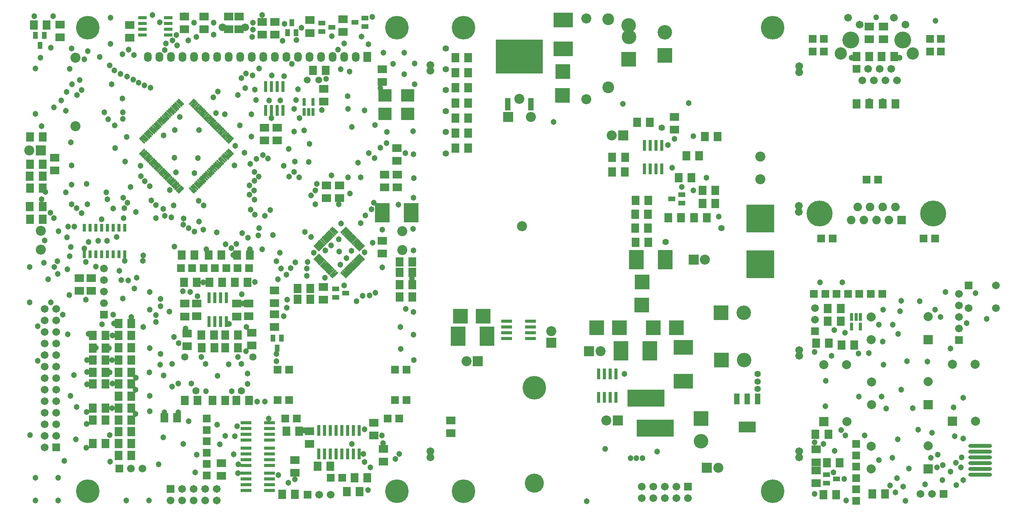
<source format=gts>
%FSLAX43Y43*%
%MOMM*%
G71*
G01*
G75*
%ADD10C,0.300*%
%ADD11C,0.200*%
%ADD12R,1.600X1.800*%
%ADD13R,0.550X1.450*%
%ADD14R,0.550X1.450*%
%ADD15R,0.850X1.300*%
%ADD16C,0.063*%
%ADD17R,10.200X7.300*%
%ADD18R,3.500X2.150*%
%ADD19R,1.100X2.150*%
%ADD20R,1.100X2.150*%
%ADD21R,0.600X2.200*%
%ADD22R,0.600X2.200*%
%ADD23R,2.200X0.600*%
%ADD24R,2.200X0.600*%
%ADD25R,1.800X1.600*%
%ADD26R,1.300X0.850*%
%ADD27R,1.000X2.600*%
%ADD28R,8.000X3.500*%
%ADD29R,6.000X6.000*%
%ADD30R,4.000X3.000*%
%ADD31R,3.000X4.000*%
%ADD32O,5.000X0.600*%
%ADD33R,0.600X1.550*%
%ADD34R,0.600X1.550*%
%ADD35R,1.700X0.600*%
%ADD36R,1.700X0.600*%
%ADD37R,2.700X2.500*%
%ADD38C,1.000*%
%ADD39C,0.400*%
%ADD40C,0.250*%
%ADD41C,0.500*%
%ADD42C,0.800*%
%ADD43C,0.700*%
%ADD44C,1.500*%
%ADD45C,0.600*%
%ADD46C,2.000*%
%ADD47C,0.254*%
%ADD48R,3.000X3.000*%
%ADD49C,1.500*%
%ADD50R,1.500X1.500*%
%ADD51C,5.000*%
%ADD52C,2.400*%
%ADD53C,4.000*%
%ADD54C,2.000*%
%ADD55R,2.000X2.000*%
%ADD56C,1.300*%
%ADD57C,1.400*%
%ADD58C,5.500*%
%ADD59C,3.000*%
%ADD60C,1.800*%
%ADD61R,1.800X1.800*%
%ADD62C,3.500*%
%ADD63C,2.500*%
%ADD64C,1.690*%
%ADD65R,1.690X1.690*%
%ADD66O,1.500X2.000*%
%ADD67R,1.500X2.000*%
%ADD68C,1.200*%
%ADD69C,1.100*%
%ADD70C,0.180*%
%ADD71C,0.150*%
%ADD72C,0.480*%
%ADD73R,1.803X2.003*%
%ADD74R,0.753X1.653*%
%ADD75R,0.753X1.653*%
%ADD76R,1.053X1.503*%
%ADD77R,10.403X7.503*%
%ADD78R,3.703X2.353*%
%ADD79R,1.303X2.353*%
%ADD80R,1.303X2.353*%
%ADD81R,0.803X2.403*%
%ADD82R,0.803X2.403*%
%ADD83R,2.403X0.803*%
%ADD84R,2.403X0.803*%
%ADD85R,2.003X1.803*%
%ADD86R,1.503X1.053*%
%ADD87R,1.203X2.803*%
%ADD88R,8.203X3.703*%
%ADD89R,6.203X6.203*%
%ADD90R,4.203X3.203*%
%ADD91R,3.203X4.203*%
%ADD92O,5.203X0.803*%
%ADD93R,0.803X1.753*%
%ADD94R,0.803X1.753*%
%ADD95R,1.903X0.803*%
%ADD96R,1.903X0.803*%
%ADD97R,2.903X2.703*%
%ADD98R,3.203X3.203*%
%ADD99C,1.703*%
%ADD100R,1.703X1.703*%
%ADD101C,5.203*%
%ADD102C,2.603*%
%ADD103C,4.203*%
%ADD104C,2.203*%
%ADD105R,2.203X2.203*%
%ADD106C,1.503*%
%ADD107C,1.603*%
%ADD108C,5.703*%
%ADD109C,3.203*%
%ADD110C,2.003*%
%ADD111R,2.003X2.003*%
%ADD112C,3.703*%
%ADD113C,2.703*%
%ADD114C,1.893*%
%ADD115R,1.893X1.893*%
%ADD116O,1.703X2.203*%
%ADD117R,1.703X2.203*%
%ADD118C,1.403*%
%ADD119C,1.303*%
D16*
X-36117Y77973D02*
X-35841Y77697D01*
X-37001Y76537D01*
X-37278Y76813D01*
X-36117Y77973D01*
Y77900D02*
X-35915Y77697D01*
X-37001Y76611D01*
X-37204Y76813D01*
X-36117Y77900D01*
Y77826D02*
X-35988Y77697D01*
X-37001Y76684D01*
X-37130Y76813D01*
X-36117Y77826D01*
Y77752D02*
X-36062Y77697D01*
X-37001Y76758D01*
X-37057Y76813D01*
X-36117Y77752D01*
X-36136Y77697D02*
X-36983Y76813D01*
X-9671Y54255D02*
X-9982Y54567D01*
X-8787Y55763D01*
X-8475Y55451D01*
X-9671Y54255D01*
Y54329D02*
X-9909Y54567D01*
X-8787Y55689D01*
X-8549Y55451D01*
X-9671Y54329D01*
Y54403D02*
X-9835Y54567D01*
X-8787Y55615D01*
X-8623Y55451D01*
X-9671Y54403D01*
Y54476D02*
X-9761Y54567D01*
X-8787Y55542D01*
X-8696Y55451D01*
X-9671Y54476D01*
Y54550D02*
X-9688Y54567D01*
X-8787Y55468D01*
X-8770Y55451D01*
X-9671Y54550D01*
X-9633Y54586D02*
X-8824Y55432D01*
X-16854Y53153D02*
X-17166Y52841D01*
X-18362Y54037D01*
X-18050Y54348D01*
X-16854Y53153D01*
X-16928D02*
X-17166Y52915D01*
X-18288Y54037D01*
X-18050Y54275D01*
X-16928Y53153D01*
X-17002D02*
X-17166Y52989D01*
X-18214Y54037D01*
X-18050Y54201D01*
X-17002Y53153D01*
X-17075D02*
X-17166Y53062D01*
X-18141Y54037D01*
X-18050Y54127D01*
X-17075Y53153D01*
X-17149D02*
X-17166Y53136D01*
X-18067Y54037D01*
X-18050Y54054D01*
X-17149Y53153D01*
X-17185Y53190D02*
X-18031Y53999D01*
X-10731Y55316D02*
X-11043Y55628D01*
X-9847Y56823D01*
X-9536Y56512D01*
X-10731Y55316D01*
Y55390D02*
X-10969Y55628D01*
X-9847Y56750D01*
X-9609Y56512D01*
X-10731Y55390D01*
Y55463D02*
X-10896Y55628D01*
X-9847Y56676D01*
X-9683Y56512D01*
X-10731Y55463D01*
Y55537D02*
X-10822Y55628D01*
X-9847Y56602D01*
X-9757Y56512D01*
X-10731Y55537D01*
Y55611D02*
X-10748Y55628D01*
X-9847Y56529D01*
X-9830Y56512D01*
X-10731Y55611D01*
X-10694Y55647D02*
X-9885Y56492D01*
X-10378Y54963D02*
X-10689Y55274D01*
X-9494Y56470D01*
X-9182Y56158D01*
X-10378Y54963D01*
Y55036D02*
X-10616Y55274D01*
X-9494Y56396D01*
X-9256Y56158D01*
X-10378Y55036D01*
Y55110D02*
X-10542Y55274D01*
X-9494Y56322D01*
X-9330Y56158D01*
X-10378Y55110D01*
Y55183D02*
X-10468Y55274D01*
X-9494Y56249D01*
X-9403Y56158D01*
X-10378Y55183D01*
Y55257D02*
X-10395Y55274D01*
X-9494Y56175D01*
X-9477Y56158D01*
X-10378Y55257D01*
X-10341Y55294D02*
X-9531Y56139D01*
X-10024Y54609D02*
X-10336Y54921D01*
X-9140Y56116D01*
X-8829Y55804D01*
X-10024Y54609D01*
Y54683D02*
X-10262Y54921D01*
X-9140Y56042D01*
X-8902Y55804D01*
X-10024Y54683D01*
Y54756D02*
X-10189Y54921D01*
X-9140Y55969D01*
X-8976Y55804D01*
X-10024Y54756D01*
Y54830D02*
X-10115Y54921D01*
X-9140Y55895D01*
X-9050Y55804D01*
X-10024Y54830D01*
Y54904D02*
X-10041Y54921D01*
X-9140Y55821D01*
X-9123Y55804D01*
X-10024Y54904D01*
X-9987Y54940D02*
X-9178Y55785D01*
X-7768Y50430D02*
X-8080Y50119D01*
X-9275Y51314D01*
X-8964Y51626D01*
X-7768Y50430D01*
X-7842D02*
X-8080Y50192D01*
X-9202Y51314D01*
X-8964Y51552D01*
X-7842Y50430D01*
X-7915D02*
X-8080Y50266D01*
X-9128Y51314D01*
X-8964Y51479D01*
X-7915Y50430D01*
X-7989D02*
X-8080Y50340D01*
X-9054Y51314D01*
X-8964Y51405D01*
X-7989Y50430D01*
X-8063D02*
X-8080Y50413D01*
X-8981Y51314D01*
X-8964Y51331D01*
X-8063Y50430D01*
X-8099Y50468D02*
X-8944Y51277D01*
X-11438Y56023D02*
X-11750Y56335D01*
X-10555Y57530D01*
X-10243Y57219D01*
X-11438Y56023D01*
Y56097D02*
X-11676Y56335D01*
X-10555Y57457D01*
X-10317Y57219D01*
X-11438Y56097D01*
Y56170D02*
X-11603Y56335D01*
X-10555Y57383D01*
X-10390Y57219D01*
X-11438Y56170D01*
Y56244D02*
X-11529Y56335D01*
X-10555Y57309D01*
X-10464Y57219D01*
X-11438Y56244D01*
Y56318D02*
X-11455Y56335D01*
X-10555Y57236D01*
X-10538Y57219D01*
X-11438Y56318D01*
X-11401Y56354D02*
X-10592Y57199D01*
X-7061Y51138D02*
X-7373Y50826D01*
X-8568Y52021D01*
X-8256Y52333D01*
X-7061Y51138D01*
X-7135D02*
X-7373Y50900D01*
X-8494Y52021D01*
X-8256Y52259D01*
X-7135Y51138D01*
X-7208D02*
X-7373Y50973D01*
X-8421Y52021D01*
X-8256Y52186D01*
X-7208Y51138D01*
X-7282D02*
X-7373Y51047D01*
X-8347Y52021D01*
X-8256Y52112D01*
X-7282Y51138D01*
X-7356D02*
X-7373Y51121D01*
X-8273Y52021D01*
X-8256Y52038D01*
X-7356Y51138D01*
X-7392Y51175D02*
X-8237Y51984D01*
X-15929Y48705D02*
X-16240Y49016D01*
X-15045Y50212D01*
X-14733Y49900D01*
X-15929Y48705D01*
Y48778D02*
X-16167Y49016D01*
X-15045Y50138D01*
X-14807Y49900D01*
X-15929Y48778D01*
Y48852D02*
X-16093Y49016D01*
X-15045Y50064D01*
X-14880Y49900D01*
X-15929Y48852D01*
Y48926D02*
X-16019Y49016D01*
X-15045Y49991D01*
X-14954Y49900D01*
X-15929Y48926D01*
Y48999D02*
X-15946Y49016D01*
X-15045Y49917D01*
X-15028Y49900D01*
X-15929Y48999D01*
X-15891Y49036D02*
X-15082Y49881D01*
X-8475Y49723D02*
X-8787Y49412D01*
X-9982Y50607D01*
X-9671Y50919D01*
X-8475Y49723D01*
X-8549D02*
X-8787Y49485D01*
X-9909Y50607D01*
X-9671Y50845D01*
X-8549Y49723D01*
X-8622D02*
X-8787Y49559D01*
X-9835Y50607D01*
X-9671Y50772D01*
X-8622Y49723D01*
X-8696D02*
X-8787Y49633D01*
X-9761Y50607D01*
X-9671Y50698D01*
X-8696Y49723D01*
X-8770D02*
X-8787Y49706D01*
X-9688Y50607D01*
X-9671Y50624D01*
X-8770Y49723D01*
X-8806Y49761D02*
X-9651Y50570D01*
X-8122Y50077D02*
X-8433Y49765D01*
X-9629Y50961D01*
X-9317Y51272D01*
X-8122Y50077D01*
X-8195D02*
X-8433Y49839D01*
X-9555Y50961D01*
X-9317Y51199D01*
X-8195Y50077D01*
X-8269D02*
X-8433Y49913D01*
X-9481Y50961D01*
X-9317Y51125D01*
X-8269Y50077D01*
X-8343D02*
X-8433Y49986D01*
X-9408Y50961D01*
X-9317Y51051D01*
X-8343Y50077D01*
X-8416D02*
X-8433Y50060D01*
X-9334Y50961D01*
X-9317Y50978D01*
X-8416Y50077D01*
X-8453Y50114D02*
X-9298Y50923D01*
X-8964Y53548D02*
X-9275Y53860D01*
X-8080Y55055D01*
X-7768Y54744D01*
X-8964Y53548D01*
Y53622D02*
X-9202Y53860D01*
X-8080Y54982D01*
X-7842Y54744D01*
X-8964Y53622D01*
Y53696D02*
X-9128Y53860D01*
X-8080Y54908D01*
X-7915Y54744D01*
X-8964Y53696D01*
Y53769D02*
X-9054Y53860D01*
X-8080Y54834D01*
X-7989Y54744D01*
X-8964Y53769D01*
Y53843D02*
X-8981Y53860D01*
X-8080Y54761D01*
X-8063Y54744D01*
X-8964Y53843D01*
X-8926Y53879D02*
X-8117Y54724D01*
X-13672Y56335D02*
X-13984Y56023D01*
X-15180Y57219D01*
X-14868Y57530D01*
X-13672Y56335D01*
X-13746D02*
X-13984Y56097D01*
X-15106Y57219D01*
X-14868Y57457D01*
X-13746Y56335D01*
X-13820D02*
X-13984Y56170D01*
X-15032Y57219D01*
X-14868Y57383D01*
X-13820Y56335D01*
X-13893D02*
X-13984Y56244D01*
X-14959Y57219D01*
X-14868Y57309D01*
X-13893Y56335D01*
X-13967D02*
X-13984Y56318D01*
X-14885Y57219D01*
X-14868Y57236D01*
X-13967Y56335D01*
X-14003Y56372D02*
X-14849Y57181D01*
X-12965Y57042D02*
X-13277Y56730D01*
X-14472Y57926D01*
X-14161Y58237D01*
X-12965Y57042D01*
X-13039D02*
X-13277Y56804D01*
X-14399Y57926D01*
X-14161Y58164D01*
X-13039Y57042D01*
X-13113D02*
X-13277Y56878D01*
X-14325Y57926D01*
X-14161Y58090D01*
X-13113Y57042D01*
X-13186D02*
X-13277Y56951D01*
X-14252Y57926D01*
X-14161Y58016D01*
X-13186Y57042D01*
X-13260D02*
X-13277Y57025D01*
X-14178Y57926D01*
X-14161Y57943D01*
X-13260Y57042D01*
X-13296Y57079D02*
X-14142Y57888D01*
X-7415Y50784D02*
X-7726Y50472D01*
X-8922Y51668D01*
X-8610Y51979D01*
X-7415Y50784D01*
X-7488D02*
X-7726Y50546D01*
X-8848Y51668D01*
X-8610Y51906D01*
X-7488Y50784D01*
X-7562D02*
X-7726Y50620D01*
X-8774Y51668D01*
X-8610Y51832D01*
X-7562Y50784D01*
X-7635D02*
X-7726Y50693D01*
X-8701Y51668D01*
X-8610Y51758D01*
X-7635Y50784D01*
X-7709D02*
X-7726Y50767D01*
X-8627Y51668D01*
X-8610Y51685D01*
X-7709Y50784D01*
X-7746Y50821D02*
X-8591Y51631D01*
X-9182Y49016D02*
X-9494Y48705D01*
X-10689Y49900D01*
X-10378Y50212D01*
X-9182Y49016D01*
X-9256D02*
X-9494Y48778D01*
X-10616Y49900D01*
X-10378Y50138D01*
X-9256Y49016D01*
X-9330D02*
X-9494Y48852D01*
X-10542Y49900D01*
X-10378Y50064D01*
X-9330Y49016D01*
X-9403D02*
X-9494Y48926D01*
X-10468Y49900D01*
X-10378Y49991D01*
X-9403Y49016D01*
X-9477D02*
X-9494Y48999D01*
X-10395Y49900D01*
X-10378Y49917D01*
X-9477Y49016D01*
X-9513Y49054D02*
X-10358Y49863D01*
X-17696Y50472D02*
X-18008Y50784D01*
X-16812Y51980D01*
X-16501Y51668D01*
X-17696Y50472D01*
Y50546D02*
X-17934Y50784D01*
X-16812Y51906D01*
X-16575Y51668D01*
X-17696Y50546D01*
Y50620D02*
X-17861Y50784D01*
X-16812Y51832D01*
X-16648Y51668D01*
X-17696Y50620D01*
Y50693D02*
X-17787Y50784D01*
X-16812Y51759D01*
X-16722Y51668D01*
X-17696Y50693D01*
Y50767D02*
X-17713Y50784D01*
X-16812Y51685D01*
X-16795Y51668D01*
X-17696Y50767D01*
X-17659Y50803D02*
X-16850Y51649D01*
X-17343Y50119D02*
X-17654Y50430D01*
X-16459Y51626D01*
X-16147Y51314D01*
X-17343Y50119D01*
Y50193D02*
X-17581Y50430D01*
X-16459Y51552D01*
X-16221Y51314D01*
X-17343Y50193D01*
Y50266D02*
X-17507Y50430D01*
X-16459Y51479D01*
X-16295Y51314D01*
X-17343Y50266D01*
Y50340D02*
X-17433Y50430D01*
X-16459Y51405D01*
X-16368Y51314D01*
X-17343Y50340D01*
Y50413D02*
X-17360Y50430D01*
X-16459Y51331D01*
X-16442Y51314D01*
X-17343Y50413D01*
X-17306Y50450D02*
X-16496Y51295D01*
X-16989Y49765D02*
X-17301Y50077D01*
X-16105Y51272D01*
X-15794Y50961D01*
X-16989Y49765D01*
Y49839D02*
X-17227Y50077D01*
X-16105Y51199D01*
X-15867Y50961D01*
X-16989Y49839D01*
Y49913D02*
X-17154Y50077D01*
X-16105Y51125D01*
X-15941Y50961D01*
X-16989Y49913D01*
Y49986D02*
X-17080Y50077D01*
X-16105Y51051D01*
X-16015Y50961D01*
X-16989Y49986D01*
Y50060D02*
X-17006Y50077D01*
X-16105Y50978D01*
X-16088Y50961D01*
X-16989Y50060D01*
X-16952Y50096D02*
X-16143Y50941D01*
X-16636Y49412D02*
X-16947Y49723D01*
X-15752Y50919D01*
X-15440Y50607D01*
X-16636Y49412D01*
Y49485D02*
X-16874Y49723D01*
X-15752Y50845D01*
X-15514Y50607D01*
X-16636Y49485D01*
Y49559D02*
X-16800Y49723D01*
X-15752Y50772D01*
X-15587Y50607D01*
X-16636Y49559D01*
Y49633D02*
X-16726Y49723D01*
X-15752Y50698D01*
X-15661Y50607D01*
X-16636Y49633D01*
Y49706D02*
X-16653Y49723D01*
X-15752Y50624D01*
X-15735Y50607D01*
X-16636Y49706D01*
X-16598Y49743D02*
X-15789Y50588D01*
X-16282Y49058D02*
X-16594Y49370D01*
X-15398Y50565D01*
X-15087Y50254D01*
X-16282Y49058D01*
Y49132D02*
X-16520Y49370D01*
X-15398Y50492D01*
X-15160Y50254D01*
X-16282Y49132D01*
Y49205D02*
X-16446Y49370D01*
X-15398Y50418D01*
X-15234Y50254D01*
X-16282Y49205D01*
Y49279D02*
X-16373Y49370D01*
X-15398Y50344D01*
X-15308Y50254D01*
X-16282Y49279D01*
Y49353D02*
X-16299Y49370D01*
X-15398Y50271D01*
X-15381Y50254D01*
X-16282Y49353D01*
X-16245Y49389D02*
X-15436Y50234D01*
X-15575Y48351D02*
X-15887Y48663D01*
X-14691Y49858D01*
X-14380Y49547D01*
X-15575Y48351D01*
Y48425D02*
X-15813Y48663D01*
X-14691Y49785D01*
X-14453Y49547D01*
X-15575Y48425D01*
Y48498D02*
X-15739Y48663D01*
X-14691Y49711D01*
X-14527Y49547D01*
X-15575Y48498D01*
Y48572D02*
X-15666Y48663D01*
X-14691Y49637D01*
X-14601Y49547D01*
X-15575Y48572D01*
Y48646D02*
X-15592Y48663D01*
X-14691Y49564D01*
X-14674Y49547D01*
X-15575Y48646D01*
X-15538Y48682D02*
X-14728Y49527D01*
X-15221Y47998D02*
X-15533Y48309D01*
X-14338Y49505D01*
X-14026Y49193D01*
X-15221Y47998D01*
Y48071D02*
X-15459Y48309D01*
X-14338Y49431D01*
X-14100Y49193D01*
X-15221Y48071D01*
Y48145D02*
X-15386Y48309D01*
X-14338Y49357D01*
X-14173Y49193D01*
X-15221Y48145D01*
Y48218D02*
X-15312Y48309D01*
X-14338Y49284D01*
X-14247Y49193D01*
X-15221Y48218D01*
Y48292D02*
X-15238Y48309D01*
X-14338Y49210D01*
X-14321Y49193D01*
X-15221Y48292D01*
X-15184Y48328D02*
X-14375Y49174D01*
X-14868Y47644D02*
X-15180Y47956D01*
X-13984Y49151D01*
X-13672Y48839D01*
X-14868Y47644D01*
Y47718D02*
X-15106Y47956D01*
X-13984Y49077D01*
X-13746Y48839D01*
X-14868Y47718D01*
Y47791D02*
X-15032Y47956D01*
X-13984Y49004D01*
X-13820Y48839D01*
X-14868Y47791D01*
Y47865D02*
X-14959Y47956D01*
X-13984Y48930D01*
X-13893Y48839D01*
X-14868Y47865D01*
Y47939D02*
X-14885Y47956D01*
X-13984Y48856D01*
X-13967Y48839D01*
X-14868Y47939D01*
X-14831Y47975D02*
X-14021Y48820D01*
X-14514Y47290D02*
X-14826Y47602D01*
X-13630Y48798D01*
X-13319Y48486D01*
X-14514Y47290D01*
Y47364D02*
X-14752Y47602D01*
X-13630Y48724D01*
X-13393Y48486D01*
X-14514Y47364D01*
Y47438D02*
X-14679Y47602D01*
X-13630Y48650D01*
X-13466Y48486D01*
X-14514Y47438D01*
Y47511D02*
X-14605Y47602D01*
X-13630Y48577D01*
X-13540Y48486D01*
X-14514Y47511D01*
Y47585D02*
X-14531Y47602D01*
X-13630Y48503D01*
X-13613Y48486D01*
X-14514Y47585D01*
X-14477Y47621D02*
X-13668Y48467D01*
X-14161Y46937D02*
X-14472Y47248D01*
X-13277Y48444D01*
X-12965Y48132D01*
X-14161Y46937D01*
Y47011D02*
X-14399Y47248D01*
X-13277Y48370D01*
X-13039Y48132D01*
X-14161Y47011D01*
Y47084D02*
X-14325Y47248D01*
X-13277Y48297D01*
X-13113Y48132D01*
X-14161Y47084D01*
Y47158D02*
X-14251Y47248D01*
X-13277Y48223D01*
X-13186Y48132D01*
X-14161Y47158D01*
Y47231D02*
X-14178Y47248D01*
X-13277Y48149D01*
X-13260Y48132D01*
X-14161Y47231D01*
X-14124Y47268D02*
X-13314Y48113D01*
X-10950Y47248D02*
X-11262Y46937D01*
X-12457Y48132D01*
X-12146Y48444D01*
X-10950Y47248D01*
X-11024D02*
X-11262Y47010D01*
X-12384Y48132D01*
X-12146Y48370D01*
X-11024Y47248D01*
X-11097D02*
X-11262Y47084D01*
X-12310Y48132D01*
X-12146Y48297D01*
X-11097Y47248D01*
X-11171D02*
X-11262Y47158D01*
X-12236Y48132D01*
X-12146Y48223D01*
X-11171Y47248D01*
X-11245D02*
X-11262Y47231D01*
X-12163Y48132D01*
X-12146Y48149D01*
X-11245Y47248D01*
X-11281Y47286D02*
X-12126Y48095D01*
X-10597Y47602D02*
X-10908Y47290D01*
X-12104Y48486D01*
X-11792Y48798D01*
X-10597Y47602D01*
X-10670D02*
X-10908Y47364D01*
X-12030Y48486D01*
X-11792Y48724D01*
X-10670Y47602D01*
X-10744D02*
X-10908Y47438D01*
X-11956Y48486D01*
X-11792Y48650D01*
X-10744Y47602D01*
X-10817D02*
X-10908Y47511D01*
X-11883Y48486D01*
X-11792Y48577D01*
X-10817Y47602D01*
X-10891D02*
X-10908Y47585D01*
X-11809Y48486D01*
X-11792Y48503D01*
X-10891Y47602D01*
X-10927Y47639D02*
X-11773Y48449D01*
X-10243Y47956D02*
X-10555Y47644D01*
X-11750Y48839D01*
X-11438Y49151D01*
X-10243Y47956D01*
X-10317D02*
X-10555Y47718D01*
X-11676Y48839D01*
X-11438Y49077D01*
X-10317Y47956D01*
X-10390D02*
X-10555Y47791D01*
X-11603Y48839D01*
X-11438Y49004D01*
X-10390Y47956D01*
X-10464D02*
X-10555Y47865D01*
X-11529Y48839D01*
X-11438Y48930D01*
X-10464Y47956D01*
X-10538D02*
X-10555Y47939D01*
X-11455Y48839D01*
X-11438Y48856D01*
X-10538Y47956D01*
X-10574Y47993D02*
X-11419Y48802D01*
X-9889Y48309D02*
X-10201Y47998D01*
X-11397Y49193D01*
X-11085Y49505D01*
X-9889Y48309D01*
X-9963D02*
X-10201Y48071D01*
X-11323Y49193D01*
X-11085Y49431D01*
X-9963Y48309D01*
X-10037D02*
X-10201Y48145D01*
X-11249Y49193D01*
X-11085Y49357D01*
X-10037Y48309D01*
X-10110D02*
X-10201Y48218D01*
X-11176Y49193D01*
X-11085Y49284D01*
X-10110Y48309D01*
X-10184D02*
X-10201Y48292D01*
X-11102Y49193D01*
X-11085Y49210D01*
X-10184Y48309D01*
X-10220Y48346D02*
X-11066Y49156D01*
X-9536Y48663D02*
X-9847Y48351D01*
X-11043Y49547D01*
X-10731Y49858D01*
X-9536Y48663D01*
X-9610D02*
X-9847Y48425D01*
X-10969Y49547D01*
X-10731Y49785D01*
X-9610Y48663D01*
X-9683D02*
X-9847Y48498D01*
X-10896Y49547D01*
X-10731Y49711D01*
X-9683Y48663D01*
X-9757D02*
X-9847Y48572D01*
X-10822Y49547D01*
X-10731Y49637D01*
X-9757Y48663D01*
X-9830D02*
X-9847Y48646D01*
X-10748Y49547D01*
X-10731Y49564D01*
X-9830Y48663D01*
X-9867Y48700D02*
X-10712Y49509D01*
X-8829Y49370D02*
X-9140Y49058D01*
X-10336Y50254D01*
X-10024Y50565D01*
X-8829Y49370D01*
X-8902D02*
X-9140Y49132D01*
X-10262Y50254D01*
X-10024Y50492D01*
X-8902Y49370D01*
X-8976D02*
X-9140Y49205D01*
X-10189Y50254D01*
X-10024Y50418D01*
X-8976Y49370D01*
X-9050D02*
X-9140Y49279D01*
X-10115Y50254D01*
X-10024Y50344D01*
X-9050Y49370D01*
X-9123D02*
X-9140Y49353D01*
X-10041Y50254D01*
X-10024Y50271D01*
X-9123Y49370D01*
X-9160Y49407D02*
X-10005Y50216D01*
X-12146Y56730D02*
X-12457Y57042D01*
X-11262Y58237D01*
X-10950Y57926D01*
X-12146Y56730D01*
Y56804D02*
X-12384Y57042D01*
X-11262Y58164D01*
X-11024Y57926D01*
X-12146Y56804D01*
Y56878D02*
X-12310Y57042D01*
X-11262Y58090D01*
X-11097Y57926D01*
X-12146Y56878D01*
Y56951D02*
X-12236Y57042D01*
X-11262Y58016D01*
X-11171Y57926D01*
X-12146Y56951D01*
Y57025D02*
X-12163Y57042D01*
X-11262Y57943D01*
X-11245Y57926D01*
X-12146Y57025D01*
X-12108Y57061D02*
X-11299Y57906D01*
X-11792Y56377D02*
X-12104Y56688D01*
X-10908Y57884D01*
X-10597Y57572D01*
X-11792Y56377D01*
Y56450D02*
X-12030Y56688D01*
X-10908Y57810D01*
X-10670Y57572D01*
X-11792Y56450D01*
Y56524D02*
X-11956Y56688D01*
X-10908Y57737D01*
X-10744Y57572D01*
X-11792Y56524D01*
Y56598D02*
X-11883Y56688D01*
X-10908Y57663D01*
X-10817Y57572D01*
X-11792Y56598D01*
Y56671D02*
X-11809Y56688D01*
X-10908Y57589D01*
X-10891Y57572D01*
X-11792Y56671D01*
X-11755Y56708D02*
X-10945Y57553D01*
X-9317Y53902D02*
X-9629Y54213D01*
X-8433Y55409D01*
X-8122Y55097D01*
X-9317Y53902D01*
Y53975D02*
X-9555Y54213D01*
X-8433Y55335D01*
X-8195Y55097D01*
X-9317Y53975D01*
Y54049D02*
X-9481Y54213D01*
X-8433Y55262D01*
X-8269Y55097D01*
X-9317Y54049D01*
Y54123D02*
X-9408Y54213D01*
X-8433Y55188D01*
X-8343Y55097D01*
X-9317Y54123D01*
Y54196D02*
X-9334Y54213D01*
X-8433Y55114D01*
X-8416Y55097D01*
X-9317Y54196D01*
X-9280Y54233D02*
X-8471Y55078D01*
X-8610Y53195D02*
X-8922Y53506D01*
X-7726Y54702D01*
X-7415Y54390D01*
X-8610Y53195D01*
Y53268D02*
X-8848Y53506D01*
X-7726Y54628D01*
X-7488Y54390D01*
X-8610Y53268D01*
Y53342D02*
X-8774Y53506D01*
X-7726Y54555D01*
X-7562Y54390D01*
X-8610Y53342D01*
Y53416D02*
X-8701Y53506D01*
X-7726Y54481D01*
X-7635Y54390D01*
X-8610Y53416D01*
Y53489D02*
X-8627Y53506D01*
X-7726Y54407D01*
X-7709Y54390D01*
X-8610Y53489D01*
X-8573Y53526D02*
X-7763Y54371D01*
X-8256Y52841D02*
X-8568Y53153D01*
X-7373Y54348D01*
X-7061Y54037D01*
X-8256Y52841D01*
Y52915D02*
X-8494Y53153D01*
X-7373Y54275D01*
X-7135Y54037D01*
X-8256Y52915D01*
Y52988D02*
X-8421Y53153D01*
X-7373Y54201D01*
X-7208Y54037D01*
X-8256Y52988D01*
Y53062D02*
X-8347Y53153D01*
X-7373Y54127D01*
X-7282Y54037D01*
X-8256Y53062D01*
Y53136D02*
X-8273Y53153D01*
X-7373Y54054D01*
X-7356Y54037D01*
X-8256Y53136D01*
X-8219Y53172D02*
X-7410Y54017D01*
X-16501Y53506D02*
X-16812Y53195D01*
X-18008Y54390D01*
X-17696Y54702D01*
X-16501Y53506D01*
X-16575D02*
X-16812Y53268D01*
X-17934Y54390D01*
X-17696Y54628D01*
X-16575Y53506D01*
X-16648D02*
X-16812Y53342D01*
X-17861Y54390D01*
X-17696Y54555D01*
X-16648Y53506D01*
X-16722D02*
X-16812Y53416D01*
X-17787Y54390D01*
X-17696Y54481D01*
X-16722Y53506D01*
X-16795D02*
X-16812Y53489D01*
X-17713Y54390D01*
X-17696Y54407D01*
X-16795Y53506D01*
X-16832Y53544D02*
X-17677Y54353D01*
X-16147Y53860D02*
X-16459Y53548D01*
X-17654Y54744D01*
X-17343Y55055D01*
X-16147Y53860D01*
X-16221D02*
X-16459Y53622D01*
X-17581Y54744D01*
X-17343Y54982D01*
X-16221Y53860D01*
X-16295D02*
X-16459Y53696D01*
X-17507Y54744D01*
X-17343Y54908D01*
X-16295Y53860D01*
X-16368D02*
X-16459Y53769D01*
X-17433Y54744D01*
X-17343Y54834D01*
X-16368Y53860D01*
X-16442D02*
X-16459Y53843D01*
X-17360Y54744D01*
X-17343Y54761D01*
X-16442Y53860D01*
X-16478Y53897D02*
X-17323Y54706D01*
X-15794Y54213D02*
X-16105Y53902D01*
X-17301Y55097D01*
X-16989Y55409D01*
X-15794Y54213D01*
X-15867D02*
X-16105Y53976D01*
X-17227Y55097D01*
X-16989Y55335D01*
X-15867Y54213D01*
X-15941D02*
X-16105Y54049D01*
X-17154Y55097D01*
X-16989Y55262D01*
X-15941Y54213D01*
X-16015D02*
X-16105Y54123D01*
X-17080Y55097D01*
X-16989Y55188D01*
X-16015Y54213D01*
X-16088D02*
X-16105Y54196D01*
X-17006Y55097D01*
X-16989Y55114D01*
X-16088Y54213D01*
X-16125Y54251D02*
X-16970Y55060D01*
X-15440Y54567D02*
X-15752Y54255D01*
X-16947Y55451D01*
X-16636Y55763D01*
X-15440Y54567D01*
X-15514D02*
X-15752Y54329D01*
X-16874Y55451D01*
X-16636Y55689D01*
X-15514Y54567D01*
X-15587D02*
X-15752Y54403D01*
X-16800Y55451D01*
X-16636Y55615D01*
X-15587Y54567D01*
X-15661D02*
X-15752Y54476D01*
X-16726Y55451D01*
X-16636Y55542D01*
X-15661Y54567D01*
X-15735D02*
X-15752Y54550D01*
X-16653Y55451D01*
X-16636Y55468D01*
X-15735Y54567D01*
X-15771Y54604D02*
X-16616Y55414D01*
X-15087Y54921D02*
X-15398Y54609D01*
X-16594Y55804D01*
X-16282Y56116D01*
X-15087Y54921D01*
X-15160D02*
X-15398Y54683D01*
X-16520Y55804D01*
X-16282Y56042D01*
X-15160Y54921D01*
X-15234D02*
X-15398Y54756D01*
X-16446Y55804D01*
X-16282Y55969D01*
X-15234Y54921D01*
X-15308D02*
X-15398Y54830D01*
X-16373Y55804D01*
X-16282Y55895D01*
X-15308Y54921D01*
X-15381D02*
X-15398Y54904D01*
X-16299Y55804D01*
X-16282Y55821D01*
X-15381Y54921D01*
X-15418Y54958D02*
X-16263Y55767D01*
X-14733Y55274D02*
X-15045Y54963D01*
X-16240Y56158D01*
X-15929Y56470D01*
X-14733Y55274D01*
X-14807D02*
X-15045Y55036D01*
X-16167Y56158D01*
X-15929Y56396D01*
X-14807Y55274D01*
X-14880D02*
X-15045Y55110D01*
X-16093Y56158D01*
X-15929Y56322D01*
X-14880Y55274D01*
X-14954D02*
X-15045Y55184D01*
X-16019Y56158D01*
X-15929Y56249D01*
X-14954Y55274D01*
X-15028D02*
X-15045Y55257D01*
X-15946Y56158D01*
X-15929Y56175D01*
X-15028Y55274D01*
X-15064Y55311D02*
X-15909Y56121D01*
X-14380Y55628D02*
X-14691Y55316D01*
X-15887Y56512D01*
X-15575Y56823D01*
X-14380Y55628D01*
X-14453D02*
X-14691Y55390D01*
X-15813Y56512D01*
X-15575Y56750D01*
X-14453Y55628D01*
X-14527D02*
X-14691Y55463D01*
X-15739Y56512D01*
X-15575Y56676D01*
X-14527Y55628D01*
X-14601D02*
X-14691Y55537D01*
X-15666Y56512D01*
X-15575Y56602D01*
X-14601Y55628D01*
X-14674D02*
X-14691Y55611D01*
X-15592Y56512D01*
X-15575Y56529D01*
X-14674Y55628D01*
X-14711Y55665D02*
X-15556Y56474D01*
X-14026Y55981D02*
X-14338Y55670D01*
X-15533Y56865D01*
X-15221Y57177D01*
X-14026Y55981D01*
X-14100D02*
X-14338Y55743D01*
X-15459Y56865D01*
X-15221Y57103D01*
X-14100Y55981D01*
X-14173D02*
X-14338Y55817D01*
X-15386Y56865D01*
X-15221Y57029D01*
X-14173Y55981D01*
X-14247D02*
X-14338Y55891D01*
X-15312Y56865D01*
X-15221Y56956D01*
X-14247Y55981D01*
X-14321D02*
X-14338Y55964D01*
X-15238Y56865D01*
X-15221Y56882D01*
X-14321Y55981D01*
X-14357Y56019D02*
X-15202Y56828D01*
X-13319Y56688D02*
X-13630Y56377D01*
X-14826Y57572D01*
X-14514Y57884D01*
X-13319Y56688D01*
X-13393D02*
X-13630Y56450D01*
X-14752Y57572D01*
X-14514Y57810D01*
X-13393Y56688D01*
X-13466D02*
X-13630Y56524D01*
X-14679Y57572D01*
X-14514Y57737D01*
X-13466Y56688D01*
X-13540D02*
X-13630Y56598D01*
X-14605Y57572D01*
X-14514Y57663D01*
X-13540Y56688D01*
X-13613D02*
X-13630Y56671D01*
X-14531Y57572D01*
X-14514Y57589D01*
X-13613Y56688D01*
X-13650Y56726D02*
X-14495Y57535D01*
X-11085Y55670D02*
X-11397Y55981D01*
X-10201Y57177D01*
X-9889Y56865D01*
X-11085Y55670D01*
Y55743D02*
X-11323Y55981D01*
X-10201Y57103D01*
X-9963Y56865D01*
X-11085Y55743D01*
Y55817D02*
X-11249Y55981D01*
X-10201Y57029D01*
X-10037Y56865D01*
X-11085Y55817D01*
Y55891D02*
X-11176Y55981D01*
X-10201Y56956D01*
X-10110Y56865D01*
X-11085Y55891D01*
Y55964D02*
X-11102Y55981D01*
X-10201Y56882D01*
X-10184Y56865D01*
X-11085Y55964D01*
X-11048Y56001D02*
X-10238Y56846D01*
X-18050Y50826D02*
X-18362Y51138D01*
X-17166Y52333D01*
X-16854Y52021D01*
X-18050Y50826D01*
Y50900D02*
X-18288Y51138D01*
X-17166Y52259D01*
X-16928Y52021D01*
X-18050Y50900D01*
Y50973D02*
X-18214Y51138D01*
X-17166Y52186D01*
X-17002Y52021D01*
X-18050Y50973D01*
Y51047D02*
X-18141Y51138D01*
X-17166Y52112D01*
X-17075Y52021D01*
X-18050Y51047D01*
Y51121D02*
X-18067Y51138D01*
X-17166Y52038D01*
X-17149Y52021D01*
X-18050Y51121D01*
X-18013Y51157D02*
X-17203Y52002D01*
D39*
X-38098Y77875D02*
X-37215Y78759D01*
X-37177Y78721D02*
G03*
X-37215Y78759I-19J19D01*
G01*
X-38061Y77837D02*
X-37177Y78721D01*
X-38098Y77875D02*
G03*
X-38061Y77837I19J-19D01*
G01*
X-40220Y79996D02*
X-39336Y80880D01*
X-39298Y80843D02*
G03*
X-39336Y80880I-19J19D01*
G01*
X-40182Y79959D02*
X-39298Y80843D01*
X-40220Y79996D02*
G03*
X-40182Y79959I19J-19D01*
G01*
X-38806Y78582D02*
X-37922Y79466D01*
X-37884Y79428D02*
G03*
X-37922Y79466I-19J19D01*
G01*
X-38768Y78544D02*
X-37884Y79428D01*
X-38806Y78582D02*
G03*
X-38768Y78544I19J-19D01*
G01*
X-42695Y82471D02*
X-41811Y83355D01*
X-41773Y83317D02*
G03*
X-41811Y83355I-19J19D01*
G01*
X-42657Y82434D02*
X-41773Y83317D01*
X-42695Y82471D02*
G03*
X-42657Y82434I19J-19D01*
G01*
X-37354Y74870D02*
X-36470Y73986D01*
X-36507Y73948D02*
G03*
X-36470Y73986I19J19D01*
G01*
X-37391Y74832D02*
X-36507Y73948D01*
X-37354Y74870D02*
G03*
X-37391Y74832I-19J-19D01*
G01*
X-55031Y79112D02*
X-54148Y78229D01*
X-54185Y78191D02*
G03*
X-54148Y78229I19J19D01*
G01*
X-55069Y79075D02*
X-54185Y78191D01*
X-55031Y79112D02*
G03*
X-55069Y79075I-19J-19D01*
G01*
X-45485Y66738D02*
X-44602Y65854D01*
X-44639Y65817D02*
G03*
X-44602Y65854I19J19D01*
G01*
X-45523Y66700D02*
X-44639Y65817D01*
X-45485Y66738D02*
G03*
X-45523Y66700I-19J-19D01*
G01*
X-45132Y67092D02*
X-44248Y66208D01*
X-44286Y66170D02*
G03*
X-44248Y66208I19J19D01*
G01*
X-45170Y67054D02*
X-44286Y66170D01*
X-45132Y67092D02*
G03*
X-45170Y67054I-19J-19D01*
G01*
X-44778Y67445D02*
X-43895Y66561D01*
X-43932Y66524D02*
G03*
X-43895Y66561I19J19D01*
G01*
X-44816Y67408D02*
X-43932Y66524D01*
X-44778Y67445D02*
G03*
X-44816Y67408I-19J-19D01*
G01*
X-44389Y67799D02*
X-43506Y66915D01*
X-43543Y66877D02*
G03*
X-43506Y66915I19J19D01*
G01*
X-44427Y67761D02*
X-43543Y66877D01*
X-44389Y67799D02*
G03*
X-44427Y67761I-19J-19D01*
G01*
X-44071Y68152D02*
X-43187Y67268D01*
X-43225Y67231D02*
G03*
X-43187Y67268I19J19D01*
G01*
X-44109Y68115D02*
X-43225Y67231D01*
X-44071Y68152D02*
G03*
X-44109Y68115I-19J-19D01*
G01*
X-43718Y68506D02*
X-42834Y67622D01*
X-42871Y67584D02*
G03*
X-42834Y67622I19J19D01*
G01*
X-43755Y68468D02*
X-42871Y67584D01*
X-43718Y68506D02*
G03*
X-43755Y68468I-19J-19D01*
G01*
X-43364Y68859D02*
X-42480Y67975D01*
X-42518Y67938D02*
G03*
X-42480Y67975I19J19D01*
G01*
X-43402Y68822D02*
X-42518Y67938D01*
X-43364Y68859D02*
G03*
X-43402Y68822I-19J-19D01*
G01*
X-43011Y69213D02*
X-42127Y68329D01*
X-42164Y68291D02*
G03*
X-42127Y68329I19J19D01*
G01*
X-43048Y69175D02*
X-42164Y68291D01*
X-43011Y69213D02*
G03*
X-43048Y69175I-19J-19D01*
G01*
X-42657Y69566D02*
X-41773Y68683D01*
X-41811Y68645D02*
G03*
X-41773Y68683I19J19D01*
G01*
X-42695Y69529D02*
X-41811Y68645D01*
X-42657Y69566D02*
G03*
X-42695Y69529I-19J-19D01*
G01*
X-42304Y69920D02*
X-41420Y69036D01*
X-41457Y68999D02*
G03*
X-41420Y69036I19J19D01*
G01*
X-42341Y69882D02*
X-41457Y68999D01*
X-42304Y69920D02*
G03*
X-42341Y69882I-19J-19D01*
G01*
X-41950Y70274D02*
X-41066Y69390D01*
X-41104Y69352D02*
G03*
X-41066Y69390I19J19D01*
G01*
X-41988Y70236D02*
X-41104Y69352D01*
X-41950Y70274D02*
G03*
X-41988Y70236I-19J-19D01*
G01*
X-41596Y70627D02*
X-40713Y69743D01*
X-40750Y69706D02*
G03*
X-40713Y69743I19J19D01*
G01*
X-41634Y70590D02*
X-40750Y69706D01*
X-41596Y70627D02*
G03*
X-41634Y70590I-19J-19D01*
G01*
X-41243Y70981D02*
X-40359Y70097D01*
X-40397Y70059D02*
G03*
X-40359Y70097I19J19D01*
G01*
X-41280Y70943D02*
X-40397Y70059D01*
X-41243Y70981D02*
G03*
X-41280Y70943I-19J-19D01*
G01*
X-40889Y71334D02*
X-40005Y70450D01*
X-40043Y70413D02*
G03*
X-40005Y70450I19J19D01*
G01*
X-40927Y71297D02*
X-40043Y70413D01*
X-40889Y71334D02*
G03*
X-40927Y71297I-19J-19D01*
G01*
X-40536Y71688D02*
X-39652Y70804D01*
X-39689Y70766D02*
G03*
X-39652Y70804I19J19D01*
G01*
X-40573Y71650D02*
X-39689Y70766D01*
X-40536Y71688D02*
G03*
X-40573Y71650I-19J-19D01*
G01*
X-40182Y72041D02*
X-39298Y71157D01*
X-39336Y71120D02*
G03*
X-39298Y71157I19J19D01*
G01*
X-40220Y72004D02*
X-39336Y71120D01*
X-40182Y72041D02*
G03*
X-40220Y72004I-19J-19D01*
G01*
X-39829Y72395D02*
X-38945Y71511D01*
X-38982Y71473D02*
G03*
X-38945Y71511I19J19D01*
G01*
X-39866Y72357D02*
X-38982Y71473D01*
X-39829Y72395D02*
G03*
X-39866Y72357I-19J-19D01*
G01*
X-39475Y72748D02*
X-38591Y71865D01*
X-38629Y71827D02*
G03*
X-38591Y71865I19J19D01*
G01*
X-39513Y72711D02*
X-38629Y71827D01*
X-39475Y72748D02*
G03*
X-39513Y72711I-19J-19D01*
G01*
X-39086Y73102D02*
X-38202Y72218D01*
X-38240Y72180D02*
G03*
X-38202Y72218I19J19D01*
G01*
X-39124Y73064D02*
X-38240Y72180D01*
X-39086Y73102D02*
G03*
X-39124Y73064I-19J-19D01*
G01*
X-38768Y73456D02*
X-37884Y72572D01*
X-37922Y72534D02*
G03*
X-37884Y72572I19J19D01*
G01*
X-38806Y73418D02*
X-37922Y72534D01*
X-38768Y73456D02*
G03*
X-38806Y73418I-19J-19D01*
G01*
X-38414Y73809D02*
X-37531Y72925D01*
X-37568Y72888D02*
G03*
X-37531Y72925I19J19D01*
G01*
X-38452Y73772D02*
X-37568Y72888D01*
X-38414Y73809D02*
G03*
X-38452Y73772I-19J-19D01*
G01*
X-38061Y74163D02*
X-37177Y73279D01*
X-37215Y73241D02*
G03*
X-37177Y73279I19J19D01*
G01*
X-38098Y74125D02*
X-37215Y73241D01*
X-38061Y74163D02*
G03*
X-38098Y74125I-19J-19D01*
G01*
X-37707Y74516D02*
X-36823Y73632D01*
X-36861Y73595D02*
G03*
X-36823Y73632I19J19D01*
G01*
X-37745Y74479D02*
X-36861Y73595D01*
X-37707Y74516D02*
G03*
X-37745Y74479I-19J-19D01*
G01*
X-37000Y75223D02*
X-36116Y74339D01*
X-36154Y74302D02*
G03*
X-36116Y74339I19J19D01*
G01*
X-37038Y75186D02*
X-36154Y74302D01*
X-37000Y75223D02*
G03*
X-37038Y75186I-19J-19D01*
G01*
X-56483Y74339D02*
X-55599Y75223D01*
X-55562Y75186D02*
G03*
X-55599Y75223I-19J19D01*
G01*
X-56446Y74302D02*
X-55562Y75186D01*
X-56483Y74339D02*
G03*
X-56446Y74302I19J-19D01*
G01*
X-56130Y73986D02*
X-55246Y74870D01*
X-55208Y74832D02*
G03*
X-55246Y74870I-19J19D01*
G01*
X-56092Y73948D02*
X-55208Y74832D01*
X-56130Y73986D02*
G03*
X-56092Y73948I19J-19D01*
G01*
X-55776Y73632D02*
X-54892Y74516D01*
X-54855Y74479D02*
G03*
X-54892Y74516I-19J19D01*
G01*
X-55739Y73595D02*
X-54855Y74479D01*
X-55776Y73632D02*
G03*
X-55739Y73595I19J-19D01*
G01*
X-55423Y73279D02*
X-54539Y74163D01*
X-54501Y74125D02*
G03*
X-54539Y74163I-19J19D01*
G01*
X-55385Y73241D02*
X-54501Y74125D01*
X-55423Y73279D02*
G03*
X-55385Y73241I19J-19D01*
G01*
X-55069Y72925D02*
X-54185Y73809D01*
X-54148Y73771D02*
G03*
X-54185Y73809I-19J19D01*
G01*
X-55031Y72888D02*
X-54148Y73771D01*
X-55069Y72925D02*
G03*
X-55031Y72888I19J-19D01*
G01*
X-54715Y72572D02*
X-53832Y73456D01*
X-53794Y73418D02*
G03*
X-53832Y73456I-19J19D01*
G01*
X-54678Y72534D02*
X-53794Y73418D01*
X-54715Y72572D02*
G03*
X-54678Y72534I19J-19D01*
G01*
X-54362Y72218D02*
X-53478Y73102D01*
X-53440Y73064D02*
G03*
X-53478Y73102I-19J19D01*
G01*
X-54324Y72180D02*
X-53440Y73064D01*
X-54362Y72218D02*
G03*
X-54324Y72180I19J-19D01*
G01*
X-54008Y71865D02*
X-53125Y72748D01*
X-53087Y72711D02*
G03*
X-53125Y72748I-19J19D01*
G01*
X-53971Y71827D02*
X-53087Y72711D01*
X-54008Y71865D02*
G03*
X-53971Y71827I19J-19D01*
G01*
X-53655Y71511D02*
X-52771Y72395D01*
X-52733Y72357D02*
G03*
X-52771Y72395I-19J19D01*
G01*
X-53617Y71473D02*
X-52733Y72357D01*
X-53655Y71511D02*
G03*
X-53617Y71473I19J-19D01*
G01*
X-53301Y71157D02*
X-52417Y72041D01*
X-52380Y72004D02*
G03*
X-52417Y72041I-19J19D01*
G01*
X-53264Y71120D02*
X-52380Y72004D01*
X-53301Y71157D02*
G03*
X-53264Y71120I19J-19D01*
G01*
X-52948Y70804D02*
X-52064Y71688D01*
X-52026Y71650D02*
G03*
X-52064Y71688I-19J19D01*
G01*
X-52910Y70766D02*
X-52026Y71650D01*
X-52948Y70804D02*
G03*
X-52910Y70766I19J-19D01*
G01*
X-52594Y70450D02*
X-51710Y71334D01*
X-51673Y71297D02*
G03*
X-51710Y71334I-19J19D01*
G01*
X-52557Y70413D02*
X-51673Y71297D01*
X-52594Y70450D02*
G03*
X-52557Y70413I19J-19D01*
G01*
X-52241Y70097D02*
X-51357Y70981D01*
X-51319Y70943D02*
G03*
X-51357Y70981I-19J19D01*
G01*
X-52203Y70059D02*
X-51319Y70943D01*
X-52241Y70097D02*
G03*
X-52203Y70059I19J-19D01*
G01*
X-51887Y69743D02*
X-51003Y70627D01*
X-50966Y70590D02*
G03*
X-51003Y70627I-19J19D01*
G01*
X-51849Y69706D02*
X-50966Y70590D01*
X-51887Y69743D02*
G03*
X-51849Y69706I19J-19D01*
G01*
X-51534Y69390D02*
X-50650Y70274D01*
X-50612Y70236D02*
G03*
X-50650Y70274I-19J19D01*
G01*
X-51496Y69352D02*
X-50612Y70236D01*
X-51534Y69390D02*
G03*
X-51496Y69352I19J-19D01*
G01*
X-51180Y69036D02*
X-50296Y69920D01*
X-50258Y69882D02*
G03*
X-50296Y69920I-19J19D01*
G01*
X-51142Y68999D02*
X-50258Y69882D01*
X-51180Y69036D02*
G03*
X-51142Y68999I19J-19D01*
G01*
X-50826Y68683D02*
X-49943Y69566D01*
X-49905Y69529D02*
G03*
X-49943Y69566I-19J19D01*
G01*
X-50789Y68645D02*
X-49905Y69529D01*
X-50826Y68683D02*
G03*
X-50789Y68645I19J-19D01*
G01*
X-50473Y68329D02*
X-49589Y69213D01*
X-49551Y69175D02*
G03*
X-49589Y69213I-19J19D01*
G01*
X-50435Y68291D02*
X-49551Y69175D01*
X-50473Y68329D02*
G03*
X-50435Y68291I19J-19D01*
G01*
X-49412Y67268D02*
X-48528Y68152D01*
X-48491Y68115D02*
G03*
X-48528Y68152I-19J19D01*
G01*
X-49375Y67231D02*
X-48491Y68115D01*
X-49412Y67268D02*
G03*
X-49375Y67231I19J-19D01*
G01*
X-49059Y66915D02*
X-48175Y67799D01*
X-48137Y67761D02*
G03*
X-48175Y67799I-19J19D01*
G01*
X-49021Y66877D02*
X-48137Y67761D01*
X-49059Y66915D02*
G03*
X-49021Y66877I19J-19D01*
G01*
X-48705Y66561D02*
X-47821Y67445D01*
X-47784Y67408D02*
G03*
X-47821Y67445I-19J19D01*
G01*
X-48668Y66524D02*
X-47784Y67408D01*
X-48705Y66561D02*
G03*
X-48668Y66524I19J-19D01*
G01*
X-48352Y66208D02*
X-47468Y67092D01*
X-47430Y67054D02*
G03*
X-47468Y67092I-19J19D01*
G01*
X-48314Y66170D02*
X-47430Y67054D01*
X-48352Y66208D02*
G03*
X-48314Y66170I19J-19D01*
G01*
X-47998Y65854D02*
X-47114Y66738D01*
X-47076Y66700D02*
G03*
X-47114Y66738I-19J19D01*
G01*
X-47960Y65817D02*
X-47076Y66700D01*
X-47998Y65854D02*
G03*
X-47960Y65817I19J-19D01*
G01*
X-47960Y86183D02*
X-47076Y85300D01*
X-47114Y85262D02*
G03*
X-47076Y85300I19J19D01*
G01*
X-47998Y86146D02*
X-47114Y85262D01*
X-47960Y86183D02*
G03*
X-47998Y86146I-19J-19D01*
G01*
X-48314Y85830D02*
X-47430Y84946D01*
X-47468Y84908D02*
G03*
X-47430Y84946I19J19D01*
G01*
X-48352Y85792D02*
X-47468Y84908D01*
X-48314Y85830D02*
G03*
X-48352Y85792I-19J-19D01*
G01*
X-48667Y85476D02*
X-47784Y84592D01*
X-47821Y84555D02*
G03*
X-47784Y84592I19J19D01*
G01*
X-48705Y85439D02*
X-47821Y84555D01*
X-48667Y85476D02*
G03*
X-48705Y85439I-19J-19D01*
G01*
X-49021Y85123D02*
X-48137Y84239D01*
X-48175Y84201D02*
G03*
X-48137Y84239I19J19D01*
G01*
X-49059Y85085D02*
X-48175Y84201D01*
X-49021Y85123D02*
G03*
X-49059Y85085I-19J-19D01*
G01*
X-49375Y84769D02*
X-48491Y83885D01*
X-48528Y83848D02*
G03*
X-48491Y83885I19J19D01*
G01*
X-49412Y84732D02*
X-48528Y83848D01*
X-49375Y84769D02*
G03*
X-49412Y84732I-19J-19D01*
G01*
X-49728Y84416D02*
X-48844Y83532D01*
X-48882Y83494D02*
G03*
X-48844Y83532I19J19D01*
G01*
X-49766Y84378D02*
X-48882Y83494D01*
X-49728Y84416D02*
G03*
X-49766Y84378I-19J-19D01*
G01*
X-50082Y84062D02*
X-49198Y83178D01*
X-49235Y83141D02*
G03*
X-49198Y83178I19J19D01*
G01*
X-50119Y84025D02*
X-49235Y83141D01*
X-50082Y84062D02*
G03*
X-50119Y84025I-19J-19D01*
G01*
X-50435Y83709D02*
X-49551Y82825D01*
X-49589Y82787D02*
G03*
X-49551Y82825I19J19D01*
G01*
X-50473Y83671D02*
X-49589Y82787D01*
X-50435Y83709D02*
G03*
X-50473Y83671I-19J-19D01*
G01*
X-50789Y83355D02*
X-49905Y82471D01*
X-49943Y82434D02*
G03*
X-49905Y82471I19J19D01*
G01*
X-50826Y83317D02*
X-49943Y82434D01*
X-50789Y83355D02*
G03*
X-50826Y83317I-19J-19D01*
G01*
X-51142Y83001D02*
X-50258Y82118D01*
X-50296Y82080D02*
G03*
X-50258Y82118I19J19D01*
G01*
X-51180Y82964D02*
X-50296Y82080D01*
X-51142Y83001D02*
G03*
X-51180Y82964I-19J-19D01*
G01*
X-51496Y82648D02*
X-50612Y81764D01*
X-50650Y81726D02*
G03*
X-50612Y81764I19J19D01*
G01*
X-51534Y82610D02*
X-50650Y81726D01*
X-51496Y82648D02*
G03*
X-51534Y82610I-19J-19D01*
G01*
X-51849Y82294D02*
X-50966Y81410D01*
X-51003Y81373D02*
G03*
X-50966Y81410I19J19D01*
G01*
X-51887Y82257D02*
X-51003Y81373D01*
X-51849Y82294D02*
G03*
X-51887Y82257I-19J-19D01*
G01*
X-52203Y81941D02*
X-51319Y81057D01*
X-51357Y81019D02*
G03*
X-51319Y81057I19J19D01*
G01*
X-52241Y81903D02*
X-51357Y81019D01*
X-52203Y81941D02*
G03*
X-52241Y81903I-19J-19D01*
G01*
X-52557Y81587D02*
X-51673Y80703D01*
X-51710Y80666D02*
G03*
X-51673Y80703I19J19D01*
G01*
X-52594Y81550D02*
X-51710Y80666D01*
X-52557Y81587D02*
G03*
X-52594Y81550I-19J-19D01*
G01*
X-52910Y81234D02*
X-52026Y80350D01*
X-52064Y80312D02*
G03*
X-52026Y80350I19J19D01*
G01*
X-52948Y81196D02*
X-52064Y80312D01*
X-52910Y81234D02*
G03*
X-52948Y81196I-19J-19D01*
G01*
X-53264Y80880D02*
X-52380Y79996D01*
X-52417Y79959D02*
G03*
X-52380Y79996I19J19D01*
G01*
X-53301Y80843D02*
X-52417Y79959D01*
X-53264Y80880D02*
G03*
X-53301Y80843I-19J-19D01*
G01*
X-53617Y80527D02*
X-52733Y79643D01*
X-52771Y79605D02*
G03*
X-52733Y79643I19J19D01*
G01*
X-53655Y80489D02*
X-52771Y79605D01*
X-53617Y80527D02*
G03*
X-53655Y80489I-19J-19D01*
G01*
X-53971Y80173D02*
X-53087Y79289D01*
X-53125Y79252D02*
G03*
X-53087Y79289I19J19D01*
G01*
X-54008Y80135D02*
X-53125Y79252D01*
X-53971Y80173D02*
G03*
X-54008Y80135I-19J-19D01*
G01*
X-54324Y79820D02*
X-53440Y78936D01*
X-53478Y78898D02*
G03*
X-53440Y78936I19J19D01*
G01*
X-54362Y79782D02*
X-53478Y78898D01*
X-54324Y79820D02*
G03*
X-54362Y79782I-19J-19D01*
G01*
X-54678Y79466D02*
X-53794Y78582D01*
X-53832Y78544D02*
G03*
X-53794Y78582I19J19D01*
G01*
X-54716Y79428D02*
X-53832Y78544D01*
X-54678Y79466D02*
G03*
X-54716Y79428I-19J-19D01*
G01*
X-55385Y78759D02*
X-54501Y77875D01*
X-54539Y77837D02*
G03*
X-54501Y77875I19J19D01*
G01*
X-55423Y78721D02*
X-54539Y77837D01*
X-55385Y78759D02*
G03*
X-55423Y78721I-19J-19D01*
G01*
X-55739Y78405D02*
X-54855Y77521D01*
X-54892Y77484D02*
G03*
X-54855Y77521I19J19D01*
G01*
X-55776Y78368D02*
X-54892Y77484D01*
X-55739Y78405D02*
G03*
X-55776Y78368I-19J-19D01*
G01*
X-56092Y78052D02*
X-55208Y77168D01*
X-55246Y77130D02*
G03*
X-55208Y77168I19J19D01*
G01*
X-56130Y78014D02*
X-55246Y77130D01*
X-56092Y78052D02*
G03*
X-56130Y78014I-19J-19D01*
G01*
X-56446Y77698D02*
X-55562Y76814D01*
X-55599Y76777D02*
G03*
X-55562Y76814I19J19D01*
G01*
X-56483Y77661D02*
X-55599Y76777D01*
X-56446Y77698D02*
G03*
X-56483Y77661I-19J-19D01*
G01*
X-37391Y77168D02*
X-36507Y78052D01*
X-36470Y78014D02*
G03*
X-36507Y78052I-19J19D01*
G01*
X-37354Y77130D02*
X-36470Y78014D01*
X-37391Y77168D02*
G03*
X-37354Y77130I19J-19D01*
G01*
X-37745Y77521D02*
X-36861Y78405D01*
X-36823Y78368D02*
G03*
X-36861Y78405I-19J19D01*
G01*
X-37707Y77484D02*
X-36823Y78368D01*
X-37745Y77521D02*
G03*
X-37707Y77484I19J-19D01*
G01*
X-38452Y78229D02*
X-37568Y79112D01*
X-37531Y79075D02*
G03*
X-37568Y79112I-19J19D01*
G01*
X-38414Y78191D02*
X-37531Y79075D01*
X-38452Y78229D02*
G03*
X-38414Y78191I19J-19D01*
G01*
X-39159Y78936D02*
X-38275Y79820D01*
X-38238Y79782D02*
G03*
X-38275Y79820I-19J19D01*
G01*
X-39122Y78898D02*
X-38238Y79782D01*
X-39159Y78936D02*
G03*
X-39122Y78898I19J-19D01*
G01*
X-39513Y79289D02*
X-38629Y80173D01*
X-38591Y80135D02*
G03*
X-38629Y80173I-19J19D01*
G01*
X-39475Y79252D02*
X-38591Y80135D01*
X-39513Y79289D02*
G03*
X-39475Y79252I19J-19D01*
G01*
X-39866Y79643D02*
X-38982Y80527D01*
X-38945Y80489D02*
G03*
X-38982Y80527I-19J19D01*
G01*
X-39829Y79605D02*
X-38945Y80489D01*
X-39866Y79643D02*
G03*
X-39829Y79605I19J-19D01*
G01*
X-40573Y80350D02*
X-39689Y81234D01*
X-39652Y81196D02*
G03*
X-39689Y81234I-19J19D01*
G01*
X-40536Y80312D02*
X-39652Y81196D01*
X-40573Y80350D02*
G03*
X-40536Y80312I19J-19D01*
G01*
X-40927Y80703D02*
X-40043Y81587D01*
X-40005Y81550D02*
G03*
X-40043Y81587I-19J19D01*
G01*
X-40889Y80666D02*
X-40005Y81550D01*
X-40927Y80703D02*
G03*
X-40889Y80666I19J-19D01*
G01*
X-41280Y81057D02*
X-40397Y81941D01*
X-40359Y81903D02*
G03*
X-40397Y81941I-19J19D01*
G01*
X-41243Y81019D02*
X-40359Y81903D01*
X-41280Y81057D02*
G03*
X-41243Y81019I19J-19D01*
G01*
X-41634Y81410D02*
X-40750Y82294D01*
X-40713Y82257D02*
G03*
X-40750Y82294I-19J19D01*
G01*
X-41596Y81373D02*
X-40713Y82257D01*
X-41634Y81410D02*
G03*
X-41596Y81373I19J-19D01*
G01*
X-41988Y81764D02*
X-41104Y82648D01*
X-41066Y82610D02*
G03*
X-41104Y82648I-19J19D01*
G01*
X-41950Y81726D02*
X-41066Y82610D01*
X-41988Y81764D02*
G03*
X-41950Y81726I19J-19D01*
G01*
X-42341Y82118D02*
X-41457Y83001D01*
X-41420Y82964D02*
G03*
X-41457Y83001I-19J19D01*
G01*
X-42304Y82080D02*
X-41420Y82964D01*
X-42341Y82118D02*
G03*
X-42304Y82080I19J-19D01*
G01*
X-43048Y82825D02*
X-42164Y83709D01*
X-42127Y83671D02*
G03*
X-42164Y83709I-19J19D01*
G01*
X-43011Y82787D02*
X-42127Y83671D01*
X-43048Y82825D02*
G03*
X-43011Y82787I19J-19D01*
G01*
X-43402Y83178D02*
X-42518Y84062D01*
X-42480Y84025D02*
G03*
X-42518Y84062I-19J19D01*
G01*
X-43364Y83141D02*
X-42480Y84025D01*
X-43402Y83178D02*
G03*
X-43364Y83141I19J-19D01*
G01*
X-43755Y83532D02*
X-42871Y84416D01*
X-42834Y84378D02*
G03*
X-42871Y84416I-19J19D01*
G01*
X-43718Y83494D02*
X-42834Y84378D01*
X-43755Y83532D02*
G03*
X-43718Y83494I19J-19D01*
G01*
X-44109Y83885D02*
X-43225Y84769D01*
X-43187Y84732D02*
G03*
X-43225Y84769I-19J19D01*
G01*
X-44071Y83848D02*
X-43187Y84732D01*
X-44109Y83885D02*
G03*
X-44071Y83848I19J-19D01*
G01*
X-44462Y84239D02*
X-43579Y85123D01*
X-43541Y85085D02*
G03*
X-43579Y85123I-19J19D01*
G01*
X-44425Y84201D02*
X-43541Y85085D01*
X-44462Y84239D02*
G03*
X-44425Y84201I19J-19D01*
G01*
X-44816Y84592D02*
X-43932Y85476D01*
X-43895Y85439D02*
G03*
X-43932Y85476I-19J19D01*
G01*
X-44778Y84555D02*
X-43895Y85439D01*
X-44816Y84592D02*
G03*
X-44778Y84555I19J-19D01*
G01*
X-45523Y85300D02*
X-44639Y86183D01*
X-44602Y86146D02*
G03*
X-44639Y86183I-19J19D01*
G01*
X-45486Y85262D02*
X-44602Y86146D01*
X-45523Y85300D02*
G03*
X-45486Y85262I19J-19D01*
G01*
X-49766Y67622D02*
X-48882Y68506D01*
X-48844Y68468D02*
G03*
X-48882Y68506I-19J19D01*
G01*
X-49728Y67584D02*
X-48844Y68468D01*
X-49766Y67622D02*
G03*
X-49728Y67584I19J-19D01*
G01*
X-50119Y67975D02*
X-49235Y68859D01*
X-49198Y68822D02*
G03*
X-49235Y68859I-19J19D01*
G01*
X-50082Y67938D02*
X-49198Y68822D01*
X-50119Y67975D02*
G03*
X-50082Y67938I19J-19D01*
G01*
X-45170Y84946D02*
X-44286Y85830D01*
X-44248Y85792D02*
G03*
X-44286Y85830I-19J19D01*
G01*
X-45132Y84908D02*
X-44248Y85792D01*
X-45170Y84946D02*
G03*
X-45132Y84908I19J-19D01*
G01*
D73*
X94808Y37407D02*
D03*
X97608Y37407D02*
D03*
X94808Y40207D02*
D03*
X97608Y40207D02*
D03*
X-58400Y31600D02*
D03*
X65359Y60207D02*
D03*
X68159Y60207D02*
D03*
X12917Y95401D02*
D03*
X15717Y95401D02*
D03*
X12917Y92093D02*
D03*
X15717Y92093D02*
D03*
X12917Y88785D02*
D03*
X15717D02*
D03*
X12917Y85477D02*
D03*
X15717D02*
D03*
X12917Y82169D02*
D03*
X15717D02*
D03*
X12917Y78861D02*
D03*
X15717Y78861D02*
D03*
X12917Y75553D02*
D03*
X15717D02*
D03*
X50192Y73543D02*
D03*
X47392D02*
D03*
X50142Y70293D02*
D03*
X47342Y70293D02*
D03*
X52467Y57907D02*
D03*
X55267Y57907D02*
D03*
X66492Y73843D02*
D03*
X63692D02*
D03*
X55692Y81243D02*
D03*
X52892D02*
D03*
X52467Y60957D02*
D03*
X55267Y60957D02*
D03*
X55342Y54793D02*
D03*
X52542D02*
D03*
X67723Y78099D02*
D03*
X70523D02*
D03*
X70055Y63351D02*
D03*
X67255D02*
D03*
X67249Y66199D02*
D03*
X70049Y66199D02*
D03*
X64792Y68993D02*
D03*
X61992D02*
D03*
X55292Y64043D02*
D03*
X52492D02*
D03*
X62547Y60242D02*
D03*
X59747Y60242D02*
D03*
X-38591Y52004D02*
D03*
X-41391Y52004D02*
D03*
X-35091D02*
D03*
X-32291Y52004D02*
D03*
X589Y50498D02*
D03*
X3389Y50498D02*
D03*
X-79800Y102600D02*
D03*
X-77000D02*
D03*
X-77900Y78000D02*
D03*
X-80700Y78000D02*
D03*
X-77897Y72003D02*
D03*
X-80697D02*
D03*
X-80705Y69388D02*
D03*
X-77905D02*
D03*
X-80700Y66700D02*
D03*
X-77900Y66700D02*
D03*
X-80700Y59900D02*
D03*
X-77900D02*
D03*
X-64103Y34297D02*
D03*
X-66903Y34297D02*
D03*
X-64097Y31503D02*
D03*
X-66897D02*
D03*
X-64103Y28897D02*
D03*
X-66903Y28897D02*
D03*
X-64097Y26203D02*
D03*
X-66897D02*
D03*
X-64103Y23597D02*
D03*
X-66903D02*
D03*
X-64103Y18297D02*
D03*
X-66903D02*
D03*
X-64103Y15697D02*
D03*
X-66903Y15697D02*
D03*
X-64103Y10497D02*
D03*
X-66903Y10497D02*
D03*
X-58397Y36903D02*
D03*
X-61197D02*
D03*
Y34303D02*
D03*
X-58397D02*
D03*
X-61200Y31600D02*
D03*
X-58397Y28903D02*
D03*
X-61197D02*
D03*
X-61200Y26200D02*
D03*
X-58400D02*
D03*
X-58403Y23597D02*
D03*
X-61203D02*
D03*
X-61200Y20900D02*
D03*
X-58400D02*
D03*
X-58403Y18297D02*
D03*
X-61203D02*
D03*
X-61197Y15703D02*
D03*
X-58397D02*
D03*
X-61200Y13100D02*
D03*
X-58400D02*
D03*
X-61197Y10503D02*
D03*
X-58397D02*
D03*
X-61200Y7900D02*
D03*
X-58400D02*
D03*
X3391Y45496D02*
D03*
X591Y45496D02*
D03*
X589Y42798D02*
D03*
X3389Y42798D02*
D03*
X-46809Y45996D02*
D03*
X-44009Y45996D02*
D03*
X-38387Y46007D02*
D03*
X-41187Y46007D02*
D03*
X-42959Y34396D02*
D03*
X-40159Y34396D02*
D03*
X-40141Y31604D02*
D03*
X-42941Y31604D02*
D03*
X-32791Y46004D02*
D03*
X-35591Y46004D02*
D03*
X-34941Y34404D02*
D03*
X-37741Y34404D02*
D03*
X-34941Y31604D02*
D03*
X-37741Y31604D02*
D03*
X-46609Y19996D02*
D03*
X-43809Y19996D02*
D03*
X-37700Y20004D02*
D03*
X-40500Y20004D02*
D03*
X-48287Y16207D02*
D03*
X-51087Y16207D02*
D03*
X-32491Y20004D02*
D03*
X-35291Y20004D02*
D03*
X-21791Y44604D02*
D03*
X-18991D02*
D03*
X-19009Y42296D02*
D03*
X-21809Y42296D02*
D03*
X-21500Y13200D02*
D03*
X-24300D02*
D03*
X-9300Y3000D02*
D03*
X-6500D02*
D03*
X-22400Y-700D02*
D03*
X-25200D02*
D03*
X-8200Y-100D02*
D03*
X-11000D02*
D03*
X-14600Y5500D02*
D03*
X-17400Y5500D02*
D03*
X-47291Y52004D02*
D03*
X-44491Y52004D02*
D03*
X3391Y48196D02*
D03*
X591Y48196D02*
D03*
X109650Y85250D02*
D03*
X106850D02*
D03*
X103950Y95650D02*
D03*
X101150D02*
D03*
X106650D02*
D03*
X109450D02*
D03*
X103950Y85250D02*
D03*
X101150D02*
D03*
X97379Y6294D02*
D03*
X94579D02*
D03*
X95000Y32600D02*
D03*
X92200D02*
D03*
X100600Y32200D02*
D03*
X97800D02*
D03*
X92100Y12500D02*
D03*
X94900D02*
D03*
X93850Y-750D02*
D03*
X96650D02*
D03*
X104550Y-550D02*
D03*
X107350D02*
D03*
X-15603Y92597D02*
D03*
X-18403D02*
D03*
X-77905Y62688D02*
D03*
X-80705D02*
D03*
D74*
X101950Y36225D02*
D03*
X100050D02*
D03*
X101000Y38375D02*
D03*
X101950D02*
D03*
X-20350Y85675D02*
D03*
X-18450D02*
D03*
Y83525D02*
D03*
X-19400D02*
D03*
X-20350D02*
D03*
D75*
X100050Y38375D02*
D03*
D76*
X-78500Y98100D02*
D03*
X-79450Y100300D02*
D03*
X-77550D02*
D03*
X-24050Y100900D02*
D03*
X-22150D02*
D03*
X-23100Y103100D02*
D03*
X-26304Y31496D02*
D03*
X-27254Y33696D02*
D03*
X-25354Y33696D02*
D03*
D77*
X26943Y95654D02*
D03*
D78*
X77055Y14150D02*
D03*
D79*
X74755Y20350D02*
D03*
D80*
X77055Y20350D02*
D03*
X79355D02*
D03*
D81*
X54452Y76139D02*
D03*
X56992D02*
D03*
X58262Y70939D02*
D03*
X54452Y70939D02*
D03*
X44352Y20639D02*
D03*
Y25839D02*
D03*
X-41315Y42580D02*
D03*
Y37380D02*
D03*
X-28805Y89050D02*
D03*
X-26265D02*
D03*
X-27535D02*
D03*
X-24995Y89050D02*
D03*
X-15875Y8200D02*
D03*
X-10795D02*
D03*
X-8255Y13400D02*
D03*
X-9525D02*
D03*
X-17145D02*
D03*
D82*
X55722Y76139D02*
D03*
X58262D02*
D03*
X56992Y70939D02*
D03*
X55722D02*
D03*
X45622Y25839D02*
D03*
X46892D02*
D03*
X48162D02*
D03*
X46892Y20639D02*
D03*
X45622D02*
D03*
X48162D02*
D03*
X-38775Y37380D02*
D03*
X-40045D02*
D03*
X-37505D02*
D03*
X-40045Y42580D02*
D03*
X-38775D02*
D03*
X-37505D02*
D03*
X-24995Y83850D02*
D03*
X-26265D02*
D03*
X-27535D02*
D03*
X-28805D02*
D03*
X-10795Y13400D02*
D03*
X-12065Y13400D02*
D03*
X-13335Y13400D02*
D03*
X-14605D02*
D03*
X-17145Y8200D02*
D03*
X-14605D02*
D03*
X-13335D02*
D03*
X-12065Y8200D02*
D03*
X-15875Y13400D02*
D03*
X-9525Y8200D02*
D03*
X-8255Y8200D02*
D03*
D83*
X24192Y33643D02*
D03*
Y34913D02*
D03*
Y36183D02*
D03*
X29392Y37453D02*
D03*
Y36183D02*
D03*
Y34913D02*
D03*
X-28000Y12565D02*
D03*
Y13835D02*
D03*
X-28000Y195D02*
D03*
X-28000Y1465D02*
D03*
X-33200Y195D02*
D03*
Y1465D02*
D03*
X-28000Y8235D02*
D03*
X-28000Y9505D02*
D03*
X-28000Y6965D02*
D03*
D84*
X24192Y37453D02*
D03*
X29392Y33643D02*
D03*
X-33200Y13835D02*
D03*
X-28000Y11295D02*
D03*
X-28000Y15105D02*
D03*
X-33200Y11295D02*
D03*
Y15105D02*
D03*
Y12565D02*
D03*
X-28000Y2735D02*
D03*
X-28000Y4005D02*
D03*
X-33200Y2735D02*
D03*
Y4005D02*
D03*
Y8235D02*
D03*
X-33200Y9505D02*
D03*
X-33200Y5695D02*
D03*
X-28000D02*
D03*
X-33200Y6965D02*
D03*
D85*
X61048Y79612D02*
D03*
X61048Y82412D02*
D03*
X11864Y12795D02*
D03*
X11864Y15595D02*
D03*
X-29600Y103300D02*
D03*
Y100500D02*
D03*
X-26800D02*
D03*
Y103300D02*
D03*
X-19093Y103688D02*
D03*
X-11793Y101088D02*
D03*
X-11793Y103888D02*
D03*
X-29103Y80003D02*
D03*
Y77203D02*
D03*
X-26303Y80003D02*
D03*
X-26303Y77203D02*
D03*
X-15496Y67291D02*
D03*
X-15496Y64491D02*
D03*
X-12597Y64488D02*
D03*
Y67288D02*
D03*
X-4Y72709D02*
D03*
X-4Y75509D02*
D03*
X104Y69691D02*
D03*
X104Y66891D02*
D03*
X-3196Y92891D02*
D03*
Y90091D02*
D03*
X-2696Y69691D02*
D03*
X-2696Y66891D02*
D03*
X-3204Y52309D02*
D03*
X-3204Y55109D02*
D03*
X-74100Y102700D02*
D03*
Y99900D02*
D03*
X-58700Y102600D02*
D03*
Y99800D02*
D03*
X-46700Y101700D02*
D03*
Y104500D02*
D03*
X-75203Y70603D02*
D03*
X-75203Y73403D02*
D03*
X-69797Y44097D02*
D03*
Y46897D02*
D03*
X-67197Y44097D02*
D03*
Y46897D02*
D03*
X-46646Y38491D02*
D03*
X-46646Y41291D02*
D03*
X-44003Y41309D02*
D03*
X-44003Y38509D02*
D03*
X-35197Y38491D02*
D03*
X-35197Y41291D02*
D03*
X-32554Y41309D02*
D03*
X-32554Y38509D02*
D03*
X-31900Y34900D02*
D03*
Y32100D02*
D03*
X-26904Y44209D02*
D03*
X-26904Y41409D02*
D03*
X-26896Y36191D02*
D03*
X-26896Y38991D02*
D03*
X-16104Y42209D02*
D03*
X-16104Y45009D02*
D03*
X-19200Y10400D02*
D03*
Y13200D02*
D03*
X-5050Y12300D02*
D03*
Y15100D02*
D03*
X-38600Y6200D02*
D03*
X-38600Y3400D02*
D03*
X-22400Y6900D02*
D03*
X-22400Y4100D02*
D03*
X-2900Y9300D02*
D03*
Y6500D02*
D03*
X-46093Y31888D02*
D03*
Y34688D02*
D03*
X107044Y99462D02*
D03*
X107044Y102262D02*
D03*
X103944D02*
D03*
X103944Y99462D02*
D03*
X92200Y1800D02*
D03*
Y4600D02*
D03*
Y6400D02*
D03*
Y9200D02*
D03*
X-16103Y85803D02*
D03*
Y88603D02*
D03*
X-36997Y101697D02*
D03*
Y104497D02*
D03*
X-34697Y101697D02*
D03*
Y104497D02*
D03*
X-19093Y100888D02*
D03*
X-42406Y104498D02*
D03*
X-42406Y101698D02*
D03*
D86*
X60454Y64352D02*
D03*
X62654Y65302D02*
D03*
Y63402D02*
D03*
X-14302Y102098D02*
D03*
X-16502Y103048D02*
D03*
X-16502Y101148D02*
D03*
X-6998Y104152D02*
D03*
X-6998Y102252D02*
D03*
X-9198Y103202D02*
D03*
X96700Y2700D02*
D03*
X94500Y1750D02*
D03*
Y3650D02*
D03*
X-11195Y43596D02*
D03*
X-13395Y42646D02*
D03*
X-13395Y44546D02*
D03*
D87*
X29483Y85154D02*
D03*
X24403Y85154D02*
D03*
D88*
X54798Y20532D02*
D03*
X56830Y13928D02*
D03*
D89*
X79958Y60001D02*
D03*
X79958Y50001D02*
D03*
D90*
X63055Y24200D02*
D03*
X63055Y31700D02*
D03*
X36606Y103709D02*
D03*
X36606Y97359D02*
D03*
D91*
X55664Y30894D02*
D03*
X49314Y30894D02*
D03*
X59064Y50994D02*
D03*
X52714Y50994D02*
D03*
X19864Y34094D02*
D03*
X13514D02*
D03*
X3140Y61306D02*
D03*
X-3210D02*
D03*
D92*
X128300Y3650D02*
D03*
Y4925D02*
D03*
Y6200D02*
D03*
Y7450D02*
D03*
Y8725D02*
D03*
Y10000D02*
D03*
D93*
X-66205Y52175D02*
D03*
X-67475D02*
D03*
X-63665Y58025D02*
D03*
X-59855Y52175D02*
D03*
X-61125Y58025D02*
D03*
X-62395D02*
D03*
X-68745D02*
D03*
X-67475D02*
D03*
X-66205D02*
D03*
X-59855D02*
D03*
D94*
X-68745Y52175D02*
D03*
X-64935D02*
D03*
X-63665Y52175D02*
D03*
X-64935Y58025D02*
D03*
X-62395Y52175D02*
D03*
X-61125Y52175D02*
D03*
D95*
X-55950Y104255D02*
D03*
Y102985D02*
D03*
X-50250Y100445D02*
D03*
Y101715D02*
D03*
X-50250Y104255D02*
D03*
X-55950Y100445D02*
D03*
D96*
X-50250Y102985D02*
D03*
X-55950Y101715D02*
D03*
D97*
X-2600Y87100D02*
D03*
X2400D02*
D03*
Y83100D02*
D03*
X-2600D02*
D03*
D98*
X36555Y92350D02*
D03*
X51000Y95050D02*
D03*
X58951Y95900D02*
D03*
X61455Y36000D02*
D03*
X53911Y40961D02*
D03*
X48955Y36000D02*
D03*
X53955Y46050D02*
D03*
X13955Y38500D02*
D03*
X36455Y87150D02*
D03*
X43955Y36000D02*
D03*
X18955Y38500D02*
D03*
X56455Y36000D02*
D03*
X71300Y39286D02*
D03*
X71400Y28886D02*
D03*
X66897Y16051D02*
D03*
D99*
X92000Y40280D02*
D03*
Y37740D02*
D03*
X131791Y40299D02*
D03*
Y45299D02*
D03*
X125791Y40299D02*
D03*
X102375Y90450D02*
D03*
X103645Y93000D02*
D03*
X104915Y90450D02*
D03*
X106185Y93000D02*
D03*
X107455Y90450D02*
D03*
X108725Y93000D02*
D03*
X109995Y90450D02*
D03*
X99240Y104250D02*
D03*
X101780Y102730D02*
D03*
X109350Y104250D02*
D03*
X111860Y102730D02*
D03*
X53895Y-1490D02*
D03*
X53895Y1050D02*
D03*
X56435Y-1490D02*
D03*
X56435Y1050D02*
D03*
X58975Y-1490D02*
D03*
X58975Y1050D02*
D03*
X61515D02*
D03*
X64055Y-1490D02*
D03*
X61515D02*
D03*
X-55920Y5000D02*
D03*
X-14529Y-711D02*
D03*
X-17069D02*
D03*
X-64400Y46520D02*
D03*
Y49060D02*
D03*
Y43980D02*
D03*
Y41440D02*
D03*
X-47260Y-2040D02*
D03*
X-39640D02*
D03*
Y500D02*
D03*
X-42180Y-2040D02*
D03*
Y500D02*
D03*
X-44720D02*
D03*
X-47260D02*
D03*
X-49800Y-2040D02*
D03*
X-77425Y30000D02*
D03*
X-74880Y27465D02*
D03*
Y24925D02*
D03*
Y30005D02*
D03*
Y17305D02*
D03*
Y14765D02*
D03*
X-77420Y35085D02*
D03*
X-77420Y12225D02*
D03*
X-74880Y37625D02*
D03*
X-77420Y32545D02*
D03*
X-74880D02*
D03*
X-77420Y17305D02*
D03*
X-74880Y19845D02*
D03*
X-77420Y9685D02*
D03*
Y14765D02*
D03*
X-77420Y24925D02*
D03*
X-74880Y12225D02*
D03*
Y22385D02*
D03*
X-77420D02*
D03*
X-77425Y40150D02*
D03*
X-77420Y37625D02*
D03*
X-74880Y40165D02*
D03*
Y35085D02*
D03*
X-77420Y19845D02*
D03*
X-33300Y102100D02*
D03*
X-38300D02*
D03*
X123650Y35840D02*
D03*
Y38380D02*
D03*
Y40920D02*
D03*
Y43460D02*
D03*
X117710Y-550D02*
D03*
X115170D02*
D03*
X-77420Y27465D02*
D03*
X-44720Y-2040D02*
D03*
X-58460Y5000D02*
D03*
X7350Y8850D02*
D03*
Y7500D02*
D03*
Y92550D02*
D03*
Y93850D02*
D03*
X88500Y8850D02*
D03*
Y7500D02*
D03*
Y29800D02*
D03*
Y31100D02*
D03*
Y93550D02*
D03*
Y92250D02*
D03*
X88450Y62800D02*
D03*
Y61450D02*
D03*
D100*
X92000Y35200D02*
D03*
X125791Y45299D02*
D03*
X101105Y93000D02*
D03*
X-32500Y49100D02*
D03*
X64055Y1050D02*
D03*
X-61000Y5000D02*
D03*
X-400Y26800D02*
D03*
Y20050D02*
D03*
X500Y16000D02*
D03*
X2100Y20050D02*
D03*
X-26200Y26800D02*
D03*
X-23700D02*
D03*
X-24500Y16000D02*
D03*
X-22000D02*
D03*
X-19609Y-711D02*
D03*
X-14500Y3000D02*
D03*
X-12000D02*
D03*
X-2000Y16000D02*
D03*
X-45000Y49100D02*
D03*
X-47500D02*
D03*
X-64400Y38900D02*
D03*
X-41800Y16000D02*
D03*
X-41800Y13500D02*
D03*
Y11000D02*
D03*
Y8500D02*
D03*
Y6000D02*
D03*
X-41800Y3500D02*
D03*
X-42500Y49100D02*
D03*
X-40000D02*
D03*
X-37500D02*
D03*
X-35000D02*
D03*
X106750Y43450D02*
D03*
X101050Y2900D02*
D03*
X101050Y400D02*
D03*
X101050Y10400D02*
D03*
Y7900D02*
D03*
Y5400D02*
D03*
X91750Y43450D02*
D03*
X94250Y43450D02*
D03*
X96750Y43450D02*
D03*
X99250Y43450D02*
D03*
X101750Y43450D02*
D03*
X104250Y43450D02*
D03*
X101050Y-2100D02*
D03*
X93950Y96800D02*
D03*
X93950Y99600D02*
D03*
X91450Y99600D02*
D03*
X117250D02*
D03*
X119650D02*
D03*
X91450Y96800D02*
D03*
X117250D02*
D03*
X118350Y55600D02*
D03*
X115850D02*
D03*
X105850Y68600D02*
D03*
X103350D02*
D03*
X95850Y55600D02*
D03*
X93350D02*
D03*
X2100Y26800D02*
D03*
X-23700Y20050D02*
D03*
X-26200D02*
D03*
X-74880Y9685D02*
D03*
X119650Y96800D02*
D03*
X123650Y33300D02*
D03*
X120250Y-550D02*
D03*
X-49800Y500D02*
D03*
D101*
X30245Y22795D02*
D03*
X82700Y102000D02*
D03*
X14700D02*
D03*
X14700Y0D02*
D03*
X0Y102000D02*
D03*
X0Y0D02*
D03*
X82700D02*
D03*
X-68000D02*
D03*
Y102000D02*
D03*
D102*
X46500Y88900D02*
D03*
X46500Y103900D02*
D03*
D103*
X30246Y1795D02*
D03*
D104*
X27555Y58350D02*
D03*
X70716Y5142D02*
D03*
X46093Y15558D02*
D03*
X44816Y30792D02*
D03*
X47293Y78358D02*
D03*
X67766Y50992D02*
D03*
X33974Y35204D02*
D03*
X15343Y28658D02*
D03*
X79949Y68704D02*
D03*
Y73704D02*
D03*
X-70700Y95400D02*
D03*
Y80400D02*
D03*
X-80800Y75000D02*
D03*
X41708Y104093D02*
D03*
Y86313D02*
D03*
X29455Y82400D02*
D03*
X26955Y86400D02*
D03*
X1200Y53100D02*
D03*
X-78300Y57300D02*
D03*
X1200Y57250D02*
D03*
X-78300Y53150D02*
D03*
D105*
X68216Y5142D02*
D03*
X48593Y15558D02*
D03*
X42316Y30792D02*
D03*
X49793Y78358D02*
D03*
X65266Y50992D02*
D03*
X33974Y32704D02*
D03*
X17843Y28658D02*
D03*
X-78300Y75000D02*
D03*
X24455Y82400D02*
D03*
D106*
X-19700Y90500D02*
D03*
X-17200D02*
D03*
D107*
X-46644Y29590D02*
D03*
X-31644Y29590D02*
D03*
X-34144Y22090D02*
D03*
X-44144D02*
D03*
D108*
X92996Y61136D02*
D03*
X117986D02*
D03*
D109*
X51000Y102550D02*
D03*
X51050Y100000D02*
D03*
X58951Y101000D02*
D03*
X76300Y39286D02*
D03*
X76400Y28886D02*
D03*
X66897Y11051D02*
D03*
D110*
X104400Y24050D02*
D03*
Y19050D02*
D03*
X116900Y24130D02*
D03*
X104350Y33400D02*
D03*
X116850Y38480D02*
D03*
X104350Y38400D02*
D03*
X104350Y4900D02*
D03*
X116850Y9980D02*
D03*
X104350Y9900D02*
D03*
X127300Y15450D02*
D03*
X122220Y27950D02*
D03*
X127220D02*
D03*
X93950Y27850D02*
D03*
X99030Y15350D02*
D03*
X98950Y27850D02*
D03*
D111*
X116900Y19050D02*
D03*
X116850Y33400D02*
D03*
X116850Y4900D02*
D03*
X122220Y15450D02*
D03*
X93950Y15350D02*
D03*
D112*
X99850Y99350D02*
D03*
X111250D02*
D03*
D113*
X113450Y96350D02*
D03*
X97650D02*
D03*
D114*
X99951Y59716D02*
D03*
X109646Y62556D02*
D03*
X108261Y59716D02*
D03*
X106876Y62556D02*
D03*
X105491Y59716D02*
D03*
X104106Y62556D02*
D03*
X102721Y59716D02*
D03*
X101336Y62556D02*
D03*
D115*
X111031Y59716D02*
D03*
D116*
X-26843Y95631D02*
D03*
X-16683D02*
D03*
X-14143D02*
D03*
X-47163D02*
D03*
X-44623D02*
D03*
X-42083D02*
D03*
X-39543D02*
D03*
X-37003D02*
D03*
X-34463D02*
D03*
X-31923D02*
D03*
X-29383D02*
D03*
X-49703D02*
D03*
X-19223D02*
D03*
X-54783D02*
D03*
X-52243D02*
D03*
X-24303D02*
D03*
X-11603D02*
D03*
X-9063D02*
D03*
X-21763D02*
D03*
D117*
X-6523D02*
D03*
D118*
X10800Y92850D02*
D03*
Y88350D02*
D03*
Y83700D02*
D03*
Y79050D02*
D03*
Y74350D02*
D03*
Y97450D02*
D03*
X79368Y25850D02*
D03*
X79352Y22557D02*
D03*
X79355Y24157D02*
D03*
X71405Y57950D02*
D03*
X59105Y54850D02*
D03*
X58255Y80000D02*
D03*
D119*
X109048Y36698D02*
D03*
X120650Y43850D02*
D03*
X110950Y41900D02*
D03*
X115000Y41850D02*
D03*
X96200Y35450D02*
D03*
X106000Y36650D02*
D03*
X97950Y45950D02*
D03*
X93050D02*
D03*
X94350Y24350D02*
D03*
X94250Y18750D02*
D03*
X122700Y12100D02*
D03*
X111400Y1000D02*
D03*
X106050Y6850D02*
D03*
X110950Y22350D02*
D03*
X107050Y27850D02*
D03*
X112250Y28650D02*
D03*
X116700Y28550D02*
D03*
X121800Y31400D02*
D03*
X129700Y37950D02*
D03*
X125350Y37000D02*
D03*
X122450Y18450D02*
D03*
X113500Y18300D02*
D03*
X107600Y18250D02*
D03*
X112600Y5000D02*
D03*
X103800Y30400D02*
D03*
X98600Y34900D02*
D03*
X106850Y32950D02*
D03*
X110300Y34650D02*
D03*
X110700Y39650D02*
D03*
X107000Y39950D02*
D03*
X-25500Y49050D02*
D03*
X-7050Y83850D02*
D03*
X57255Y8700D02*
D03*
X45855Y9350D02*
D03*
X51405Y7300D02*
D03*
X52705D02*
D03*
X54005D02*
D03*
X41755Y-2150D02*
D03*
X62655Y67000D02*
D03*
X65205Y66200D02*
D03*
X70805Y60450D02*
D03*
X65255Y78150D02*
D03*
X68105Y69000D02*
D03*
X50105Y25850D02*
D03*
X59605Y76200D02*
D03*
X64205Y85400D02*
D03*
X49705Y85300D02*
D03*
X34505Y81300D02*
D03*
X60555Y71200D02*
D03*
X61055Y77550D02*
D03*
X109650Y-250D02*
D03*
X111850Y-2100D02*
D03*
X120000Y2450D02*
D03*
X124550D02*
D03*
X120050Y5800D02*
D03*
X124100Y5300D02*
D03*
X110150Y11450D02*
D03*
X110000Y2850D02*
D03*
X118850Y5250D02*
D03*
X121800Y4300D02*
D03*
X116200Y1500D02*
D03*
X123050Y1400D02*
D03*
X123000Y6300D02*
D03*
X124200Y7450D02*
D03*
X108500Y1300D02*
D03*
X108950Y7400D02*
D03*
X117500Y7350D02*
D03*
X119000Y8050D02*
D03*
X101650Y20850D02*
D03*
X106600D02*
D03*
X124550Y20550D02*
D03*
Y11600D02*
D03*
X-72750Y83750D02*
D03*
X-30950Y86150D02*
D03*
X-40300Y100550D02*
D03*
X-48450Y100400D02*
D03*
X-34950Y87200D02*
D03*
X-34150Y90950D02*
D03*
X118450Y103550D02*
D03*
X105400Y104350D02*
D03*
X-51100Y17350D02*
D03*
X-48050Y23750D02*
D03*
Y17400D02*
D03*
X-72000Y43150D02*
D03*
X-80750Y41550D02*
D03*
X-5400Y104400D02*
D03*
X-62950Y104250D02*
D03*
X-42000Y22000D02*
D03*
X-36300D02*
D03*
X-44350Y4200D02*
D03*
X93800Y10400D02*
D03*
X-28200Y16000D02*
D03*
X-7050Y13650D02*
D03*
X-49050Y62950D02*
D03*
X-51400Y62150D02*
D03*
X-52000Y42350D02*
D03*
X-62400Y38850D02*
D03*
X-46900Y60050D02*
D03*
X-70900Y58300D02*
D03*
X-68400Y42200D02*
D03*
X-71900Y51750D02*
D03*
X-47000Y58700D02*
D03*
X-74400Y57250D02*
D03*
X-74650Y50600D02*
D03*
X-68350Y50500D02*
D03*
X-45800Y57950D02*
D03*
X-72550Y55900D02*
D03*
X-72450Y48850D02*
D03*
X-61600Y55950D02*
D03*
X-60600Y46500D02*
D03*
X-59250Y63500D02*
D03*
X-68700Y95100D02*
D03*
X-60150Y64650D02*
D03*
X-68000Y96850D02*
D03*
X-50800Y98550D02*
D03*
X-62950Y98450D02*
D03*
X-49300Y99250D02*
D03*
X-46700Y104750D02*
D03*
X-65300Y95600D02*
D03*
X-18300Y52500D02*
D03*
X-7050Y52600D02*
D03*
X-11050Y51279D02*
D03*
X-12750Y55500D02*
D03*
X-15700Y53000D02*
D03*
X-12450Y49850D02*
D03*
X-3250Y12300D02*
D03*
X-20400Y13400D02*
D03*
X-22400Y2600D02*
D03*
X-21700Y88450D02*
D03*
X-31200Y88400D02*
D03*
X-27450Y91500D02*
D03*
X-31750Y91550D02*
D03*
X-44100Y100000D02*
D03*
X-31850Y100000D02*
D03*
X-25150Y99150D02*
D03*
X-45900Y99200D02*
D03*
X-67800Y34600D02*
D03*
X-72350Y34550D02*
D03*
X110600Y95400D02*
D03*
X100000D02*
D03*
X106850Y85900D02*
D03*
X103950D02*
D03*
X98650Y12250D02*
D03*
X97500Y6350D02*
D03*
X94550Y6300D02*
D03*
X91850Y10800D02*
D03*
X91850Y30650D02*
D03*
X98450Y2750D02*
D03*
X95600Y29800D02*
D03*
X96250Y8900D02*
D03*
X127300Y43600D02*
D03*
X118400Y40000D02*
D03*
X102900Y12250D02*
D03*
X117750Y12900D02*
D03*
X119600Y38400D02*
D03*
X-78400Y95400D02*
D03*
X101500Y30300D02*
D03*
X114650Y13550D02*
D03*
X97700Y13450D02*
D03*
X-44000Y8050D02*
D03*
X-37750Y12200D02*
D03*
X-34950Y29550D02*
D03*
X-42950Y29600D02*
D03*
X-73100Y6700D02*
D03*
X-53000Y37250D02*
D03*
X-33050Y36150D02*
D03*
X-68300Y9600D02*
D03*
X-68250Y14850D02*
D03*
X-68200Y17450D02*
D03*
X-62600Y18297D02*
D03*
X-70400Y18550D02*
D03*
X-61050Y48500D02*
D03*
X-63100Y93750D02*
D03*
X-62150Y92600D02*
D03*
X-60800Y91850D02*
D03*
X-59350Y91250D02*
D03*
X-58000Y90600D02*
D03*
X-56750Y89900D02*
D03*
X-55500Y89300D02*
D03*
X-54200Y88800D02*
D03*
X-27800Y61900D02*
D03*
X-29050Y19700D02*
D03*
X-29050Y60650D02*
D03*
X-7300Y8250D02*
D03*
X550D02*
D03*
X-7050Y6450D02*
D03*
X-350Y7150D02*
D03*
X-26050Y3600D02*
D03*
X-5800Y5300D02*
D03*
X-9850Y10450D02*
D03*
X-3000Y10600D02*
D03*
X-23850Y1850D02*
D03*
X-6300Y300D02*
D03*
X-30750Y19750D02*
D03*
X-4700Y43700D02*
D03*
X-6000Y43100D02*
D03*
X-7500Y43000D02*
D03*
X-8850Y41800D02*
D03*
X-34150Y28000D02*
D03*
X-26500Y30250D02*
D03*
X-46450Y35800D02*
D03*
X-55800Y36150D02*
D03*
X-54350Y17600D02*
D03*
X-45200Y23700D02*
D03*
X-32850Y23650D02*
D03*
X-7950Y59000D02*
D03*
X-6900Y60700D02*
D03*
X-5550Y62050D02*
D03*
X-5050Y63500D02*
D03*
X2000Y40150D02*
D03*
X-19800Y47450D02*
D03*
X-24300Y47700D02*
D03*
X-30400Y69300D02*
D03*
X-31300Y70300D02*
D03*
X-23350Y49100D02*
D03*
X-19750Y49000D02*
D03*
X-31300Y68300D02*
D03*
X-22350Y50400D02*
D03*
X-19650Y50450D02*
D03*
X-32400Y67350D02*
D03*
X-31350Y66250D02*
D03*
X-32400Y65250D02*
D03*
X-31300Y64200D02*
D03*
X-4900Y73350D02*
D03*
X-6150Y74400D02*
D03*
X-62550Y34297D02*
D03*
X-53000Y38750D02*
D03*
X-69300Y61200D02*
D03*
X-69350Y88350D02*
D03*
X-39350Y88000D02*
D03*
X-62350Y62200D02*
D03*
X-70450Y62350D02*
D03*
X-70300Y87250D02*
D03*
X-40350Y86700D02*
D03*
X-11600Y98550D02*
D03*
X-51000Y97100D02*
D03*
X-48350Y98100D02*
D03*
X-22100Y99350D02*
D03*
X-34955Y4000D02*
D03*
X-52400Y5950D02*
D03*
X-54350Y21000D02*
D03*
X-68100Y23550D02*
D03*
X-62547Y23700D02*
D03*
X-71000Y25600D02*
D03*
X-75350Y49400D02*
D03*
X-66150Y49450D02*
D03*
X-74550Y47850D02*
D03*
X-63100Y26200D02*
D03*
X-54400D02*
D03*
X-68150Y28850D02*
D03*
Y26250D02*
D03*
X-76650Y46700D02*
D03*
X-64950Y59900D02*
D03*
X-66150Y31550D02*
D03*
X-63300Y31500D02*
D03*
X-54300D02*
D03*
X-75400Y60150D02*
D03*
X-77650Y50300D02*
D03*
X-63650Y64300D02*
D03*
X-78100D02*
D03*
X-36000Y52000D02*
D03*
X-55850Y50700D02*
D03*
X-59850D02*
D03*
X-62200Y36900D02*
D03*
X-58400Y38400D02*
D03*
X-54350Y39950D02*
D03*
X-64850Y36750D02*
D03*
X-72750Y65800D02*
D03*
X-77300Y65900D02*
D03*
X-62650Y28897D02*
D03*
X-52000Y30200D02*
D03*
X-51950Y40700D02*
D03*
X-47950Y32600D02*
D03*
X-48950Y53900D02*
D03*
X-49000Y33950D02*
D03*
X-30300Y93100D02*
D03*
X-29450Y74000D02*
D03*
X-28350Y73250D02*
D03*
X-52050Y27900D02*
D03*
X-51000Y60600D02*
D03*
X-32150Y61950D02*
D03*
X-50050Y39550D02*
D03*
X-49600Y60300D02*
D03*
X-31200Y60850D02*
D03*
X-78150Y80400D02*
D03*
X-53700Y104800D02*
D03*
X-34850Y5950D02*
D03*
X-35600Y12100D02*
D03*
X-35100Y14300D02*
D03*
X-37650Y54350D02*
D03*
X-68750Y53400D02*
D03*
X-35300Y54450D02*
D03*
X-32700Y55800D02*
D03*
X-60300Y86450D02*
D03*
X-73800Y86050D02*
D03*
X-60250Y83400D02*
D03*
X-64300D02*
D03*
X-58600Y66950D02*
D03*
X-56300Y69350D02*
D03*
X-55400Y68250D02*
D03*
X-54300Y67150D02*
D03*
X-52950Y63000D02*
D03*
X-42500Y62950D02*
D03*
X-39600Y57000D02*
D03*
X-34050Y56800D02*
D03*
X-34100Y43400D02*
D03*
X-60250Y82000D02*
D03*
X-63450Y81850D02*
D03*
X-43550Y63900D02*
D03*
X-45400Y43900D02*
D03*
X-21900Y44550D02*
D03*
X-36900Y36850D02*
D03*
X-24850Y38500D02*
D03*
X-7800Y100100D02*
D03*
X-24700Y102900D02*
D03*
X-29600Y104800D02*
D03*
X-42600Y46007D02*
D03*
X-59050Y46400D02*
D03*
X-60100Y60100D02*
D03*
X-76150Y61350D02*
D03*
X-57250Y47000D02*
D03*
X-63900Y65800D02*
D03*
X-59950Y62300D02*
D03*
X-68050Y63150D02*
D03*
X-68200Y67700D02*
D03*
X-59750Y72600D02*
D03*
X-32300Y53250D02*
D03*
X-29600Y53250D02*
D03*
X-3600Y88750D02*
D03*
X1850Y74400D02*
D03*
X-30900Y73200D02*
D03*
X-12750Y63200D02*
D03*
X-22450Y72600D02*
D03*
X-23650Y69300D02*
D03*
X-22550Y70250D02*
D03*
X-21500Y69100D02*
D03*
X-55800Y51950D02*
D03*
X-25750Y52500D02*
D03*
X-24850Y71650D02*
D03*
X-32200Y72050D02*
D03*
X-75450Y84500D02*
D03*
X-22150Y86100D02*
D03*
X-27550Y82150D02*
D03*
X-21400D02*
D03*
X-3600Y75600D02*
D03*
X-23800Y75400D02*
D03*
X-33350Y88700D02*
D03*
X-33150Y91950D02*
D03*
X-24750Y91400D02*
D03*
X-26450Y50650D02*
D03*
X-20400Y79450D02*
D03*
X-9900Y80150D02*
D03*
X-20200Y57100D02*
D03*
X-19350Y72500D02*
D03*
X-8500Y72350D02*
D03*
X-12350Y92900D02*
D03*
X-17550Y67650D02*
D03*
X-17900Y66250D02*
D03*
X-18850Y65150D02*
D03*
X-43850Y42950D02*
D03*
X-54350Y43900D02*
D03*
X-53000Y60150D02*
D03*
X-57400Y61450D02*
D03*
X-48600Y70200D02*
D03*
X-14450Y54100D02*
D03*
X-24200Y40400D02*
D03*
X-24100Y42200D02*
D03*
X-11600Y45300D02*
D03*
X3350Y46850D02*
D03*
X-9950Y52900D02*
D03*
X-35500Y76000D02*
D03*
X-2250Y76600D02*
D03*
X-19200Y76500D02*
D03*
X-12700Y52750D02*
D03*
X-48800Y79550D02*
D03*
X-43750Y73350D02*
D03*
X-48900Y73450D02*
D03*
X-35700Y71750D02*
D03*
X-39800Y83250D02*
D03*
X-37800Y82950D02*
D03*
X-47700Y82400D02*
D03*
X-56350Y71600D02*
D03*
X-49950Y66300D02*
D03*
X-44500Y70050D02*
D03*
X-3150Y57600D02*
D03*
X-5350Y54700D02*
D03*
X-12250Y58900D02*
D03*
X-18850Y56000D02*
D03*
X-14350Y69500D02*
D03*
X-10750Y69100D02*
D03*
X-7950D02*
D03*
X-10300Y65550D02*
D03*
X-10750Y84150D02*
D03*
X-10800Y86950D02*
D03*
X-10400Y92400D02*
D03*
X-16450Y83950D02*
D03*
X-22550Y79150D02*
D03*
Y84150D02*
D03*
X-23100Y94100D02*
D03*
X-14250Y100200D02*
D03*
X-6200Y98400D02*
D03*
X-2950Y96550D02*
D03*
X1600D02*
D03*
X-850Y94100D02*
D03*
X3950Y94200D02*
D03*
X1650Y91800D02*
D03*
X3950Y89550D02*
D03*
X-2200Y79100D02*
D03*
X-4800Y80650D02*
D03*
X3600Y79300D02*
D03*
X3700Y74150D02*
D03*
X3750Y68950D02*
D03*
X3700Y64600D02*
D03*
X350Y63100D02*
D03*
X3600Y57750D02*
D03*
X3650Y53000D02*
D03*
X-26150Y46700D02*
D03*
X-15800Y47000D02*
D03*
X-3150Y49300D02*
D03*
X800Y36200D02*
D03*
X850Y31300D02*
D03*
X-26450Y28650D02*
D03*
X-35900Y8150D02*
D03*
X-38900Y10350D02*
D03*
X-36950Y27950D02*
D03*
X-39450Y25450D02*
D03*
X-42050Y28000D02*
D03*
X-45800Y15450D02*
D03*
X-39500Y14700D02*
D03*
X-46950Y10450D02*
D03*
X-51350Y11900D02*
D03*
X-54500Y-2000D02*
D03*
X-59500D02*
D03*
X-74450Y-2050D02*
D03*
X-79499D02*
D03*
X-74500Y3000D02*
D03*
X-79500Y3000D02*
D03*
X-80699Y12400D02*
D03*
X-70550Y11450D02*
D03*
X-63050Y6500D02*
D03*
X-63099Y12350D02*
D03*
X-49450Y23000D02*
D03*
Y28000D02*
D03*
X-57500Y17050D02*
D03*
Y22400D02*
D03*
X-57400Y25000D02*
D03*
X-78950Y28750D02*
D03*
Y36350D02*
D03*
X-73450Y38900D02*
D03*
X-60299Y42450D02*
D03*
X-57700Y44600D02*
D03*
X-62050Y80500D02*
D03*
X-61950Y75500D02*
D03*
X-59450Y77950D02*
D03*
X-71700Y53800D02*
D03*
X-20950Y102050D02*
D03*
X-31950Y82950D02*
D03*
Y78050D02*
D03*
X-34500Y80500D02*
D03*
X-33500Y74500D02*
D03*
X-32850Y25950D02*
D03*
X-33150Y30800D02*
D03*
X-31250Y46050D02*
D03*
X-33850Y41350D02*
D03*
X-47050Y44000D02*
D03*
X-31650Y103150D02*
D03*
X-40250Y103100D02*
D03*
X-44600D02*
D03*
X-52150Y103200D02*
D03*
X-71550Y97500D02*
D03*
X-79750Y104600D02*
D03*
X-75600Y104550D02*
D03*
X-76099Y97600D02*
D03*
X-79500Y93050D02*
D03*
X-71950Y93000D02*
D03*
X-72600Y87900D02*
D03*
X-69700Y90550D02*
D03*
X-12950Y97250D02*
D03*
X-71500Y71750D02*
D03*
X-59000Y97200D02*
D03*
X-60300Y96150D02*
D03*
X-51250Y78350D02*
D03*
X-63699Y55150D02*
D03*
X-65700Y55100D02*
D03*
X-67800Y54850D02*
D03*
X-71550Y63200D02*
D03*
X-42400Y104700D02*
D03*
X-17950Y63150D02*
D03*
X91900Y-600D02*
D03*
X98800Y-2050D02*
D03*
X96050Y4200D02*
D03*
X3700Y39450D02*
D03*
X3650Y34450D02*
D03*
X3750Y28900D02*
D03*
X-15550Y90800D02*
D03*
X-27250Y56400D02*
D03*
X-30450Y56350D02*
D03*
X-30300Y57950D02*
D03*
X-36400Y53550D02*
D03*
X-44550Y57200D02*
D03*
X-53950Y64000D02*
D03*
X-43500Y59400D02*
D03*
X-42600Y57550D02*
D03*
X-41850Y53250D02*
D03*
X-62700Y89550D02*
D03*
X-76100Y41600D02*
D03*
X-77450Y55200D02*
D03*
X-72300Y58300D02*
D03*
X-71400Y89550D02*
D03*
X-79500Y83050D02*
D03*
X-71650Y76800D02*
D03*
X-71550Y67450D02*
D03*
X-80750Y49400D02*
D03*
X-57800Y96000D02*
D03*
X-51300Y25500D02*
D03*
X-19093Y100888D02*
D03*
X-31600Y101600D02*
D03*
X-28100Y86000D02*
D03*
X-25600D02*
D03*
X-43500Y79500D02*
D03*
X-71800Y21000D02*
D03*
M02*

</source>
